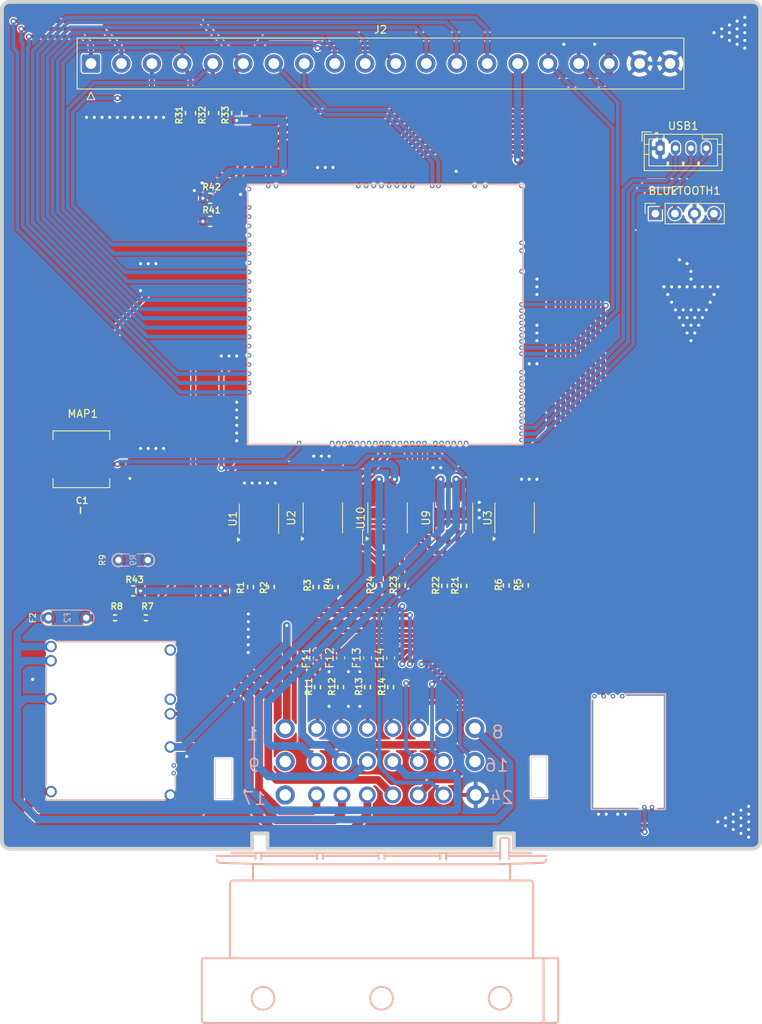
<source format=kicad_pcb>
(kicad_pcb (version 20240108) (generator "pcbnew") (generator_version "8.0")
  (title_block (title "STABIL MINI") (rev "V1") (company "ECUHARD"))
  (layers (0 "F.Cu" signal) (1 "In1.Cu" signal) (2 "In2.Cu" signal) (31 "B.Cu" signal) (34 "B.Paste" user) (35 "F.Paste" user) (36 "B.SilkS" user "B.Silkscreen") (37 "F.SilkS" user "F.Silkscreen") (38 "B.Mask" user) (39 "F.Mask" user) (44 "Edge.Cuts" user))
  (net 0 "")
  (net 1 "GND")
  (net 2 "/BT_TX")
  (net 3 "/BT_RX")
  (net 4 "+5VA")
  (net 5 "+12V")
  (net 6 "+12V_RAW")
  (net 7 "/BOBIN/IN2")
  (net 8 "/BOBIN/IN1")
  (net 9 "/BOBIN/IN3")
  (net 10 "/BOBIN/IN4")
  (net 11 "/BOBİN 1")
  (net 12 "+5V")
  (net 13 "/ENJEKTÖR 4")
  (net 14 "/IN_CLT")
  (net 15 "/ÇIKIŞ 3")
  (net 16 "/ÇIKIŞ 1")
  (net 17 "/BOBİN 3")
  (net 18 "/ENJEKTÖR 3")
  (net 19 "/ÇIKIŞ 5")
  (net 20 "/ENJEKTÖR 2")
  (net 21 "/BOBİN 4")
  (net 22 "/IN_IAT")
  (net 23 "/ENJEKTÖR 1")
  (net 24 "/VR_MAX9924-")
  (net 25 "GNDA")
  (net 26 "/BOBİN 2")
  (net 27 "/ANALOG 1")
  (net 28 "/VR_MAX9924+")
  (net 29 "/IN_HALL1")
  (net 30 "/ÇIKIŞ 4")
  (net 31 "/ANALOG 2")
  (net 32 "/ÇIKIŞ 2")
  (net 33 "/ÇIKIŞ 6")
  (net 34 "/ANALOG 6")
  (net 35 "/ANALOG 3")
  (net 36 "/IN_BUTTON1")
  (net 37 "/IN_HALL4")
  (net 38 "/CAN1+")
  (net 39 "/IN_BUTTON3")
  (net 40 "/ANALOG 4")
  (net 41 "/IN_HALL3")
  (net 42 "/IN_HALL2")
  (net 43 "/IN_BUTTON2")
  (net 44 "/ANALOG 8")
  (net 45 "/CAN1-")
  (net 46 "/ANALOG 5")
  (net 47 "/ANALOG 7")
  (net 49 "Net-(M1-PG_5VP)")
  (net 50 "/VBAT")
  (net 51 "/PWR_EN")
  (net 52 "/VIGN")
  (net 53 "/VR_MAX9924")
  (net 61 "/INTERNAL_MAP")
  (net 62 "/AUX GROUP 1/IN1")
  (net 63 "/AUX GROUP 1/IN2")
  (net 64 "/AUX GROUP 2/IN1")
  (net 65 "/AUX GROUP 2/IN2")
  (net 66 "/AUX GROUP 3/IN1")
  (net 67 "/AUX GROUP 3/IN2")
  (net 68 "/IN_VMAIN")
  (net 69 "/PG_5VP")
  (net 70 "/ENJEKTOR/IN1")
  (net 71 "/ENJEKTOR/IN2")
  (net 72 "/ENJEKTOR/IN3")
  (net 73 "/ENJEKTOR/IN4")
  (net 77 "unconnected-(U2-STATUS1-Pad2)")
  (net 84 "/VBUS")
  (net 85 "/USB-")
  (net 86 "/USB+")
  (net 107 "/VREF1")
  (net 112 "+3.3VA")
  (net 116 "+3.3V")
  (net 122 "Net-(F11-Pad1)")
  (net 123 "Net-(F12-Pad1)")
  (net 124 "Net-(F13-Pad1)")
  (net 125 "Net-(F14-Pad1)")
  (footprint "hellen-one-common:R0603" (layer "F.Cu") (at 92.295 125.5 -90)
    (property "Reference" "R1")
    (property "Value" "4.7k" (hide yes))
  )
  (footprint "hellen-one-common:R0603" (layer "F.Cu") (at 117.5 125.35 90)
    (property "Reference" "R22")
    (property "Value" "4.7k" (hide yes))
  )
  (footprint "hellen-one-common:MPXH6400A-SSOP8" (layer "F.Cu") (at 70.32 108.905 180)
    (property "Reference" "MAP1")
    (property "Value" "GZP6869D200KPP" (hide yes))
  )
  (footprint "hellen-one-common:PAD-0805-PAD" (layer "F.Cu") (at 77.049979 122)
    (property "Reference" "R9")
    (property "Value" "Jumper-Pad-Pad" (hide yes))
  )
  (footprint "hellen-one-common:R0603" (layer "F.Cu") (at 101 138.5 90)
    (property "Reference" "R11")
    (property "Value" "0" (hide yes))
  )
  (footprint "hellen-one-common:R0603" (layer "F.Cu") (at 110.5 138.5 90)
    (property "Reference" "R14")
    (property "Value" "0" (hide yes))
  )
  (footprint "Fuse:Fuse_0603_1608Metric" (layer "F.Cu") (at 100.97 134.7125 90)
    (property "Reference" "F11")
    (property "Value" "50mA" (hide yes))
  )
  (footprint "Package_SO:SOIC-8_3.9x4.9mm_P1.27mm" (layer "F.Cu") (at 101.69 116.525 90)
    (property "Reference" "U2")
    (property "Value" "VNLD5160TR-E" (hide yes))
  )
  (footprint "hellen-one-common:R0805" (layer "F.Cu") (at 87.5 63.950001 -90)
    (property "Reference" "R32")
    (property "Value" "10k" (hide yes))
  )
  (footprint "hellen-one-common:R0603" (layer "F.Cu") (at 103.295 125.5 -90)
    (property "Reference" "R4")
    (property "Value" "4.7k" (hide yes))
  )
  (footprint "hellen-one-common:R0603" (layer "F.Cu") (at 109 125.3 90)
    (property "Reference" "R24")
    (property "Value" "4.7k" (hide yes))
  )
  (footprint "hellen-one-vr-max9924-0.1:vr-max9924" (layer "F.Cu") (at 146.275 154.475 90)
    (property "Reference" "M4" (hide yes))
    (property "Value" "Module-vr-max9924-0.1" (hide yes))
  )
  (footprint "Connector_JST:JST_PH_B4B-PH-K_1x04_P2.00mm_Vertical" (layer "F.Cu") (at 145.5 68.5)
    (property "Reference" "USB1")
    (property "Value" "Conn_01x04_Pin" (hide yes))
  )
  (footprint "hellen-one-common:R0603" (layer "F.Cu") (at 100.795 125.5 -90)
    (property "Reference" "R3")
    (property "Value" "4.7k" (hide yes))
  )
  (footprint "hellen-one-common:R0603" (layer "F.Cu") (at 128 125.3 -90)
    (property "Reference" "R5")
    (property "Value" "4.7k" (hide yes))
  )
  (footprint "hellen-one-common:R0805" (layer "F.Cu") (at 84.5 63.950001 -90)
    (property "Reference" "R31")
    (property "Value" "10k" (hide yes))
  )
  (footprint "hellen-one-common:R0805" (layer "F.Cu") (at 87.049979 78)
    (property "Reference" "R41")
    (property "Value" "2.7K" (hide yes))
  )
  (footprint "hellen-one-common:R0603" (layer "F.Cu") (at 104 138.5 90)
    (property "Reference" "R12")
    (property "Value" "0" (hide yes))
  )
  (footprint "hellen-one-common:R0805" (layer "F.Cu") (at 87.049979 75)
    (property "Reference" "R42")
    (property "Value" "2.7K" (hide yes))
  )
  (footprint "Package_SO:SOIC-8_3.9x4.9mm_P1.27mm" (layer "F.Cu") (at 118.595 116.525 90)
    (property "Reference" "U9")
    (property "Value" "VNLD5160TR-E" (hide yes))
  )
  (footprint "hellen-one-common:R0805" (layer "F.Cu") (at 77.049979 126)
    (property "Reference" "R43")
    (property "Value" "10K" (hide yes))
  )
  (footprint "Fuse:Fuse_0603_1608Metric" (layer "F.Cu") (at 110.5 134.7125 90)
    (property "Reference" "F14")
    (property "Value" "50mA" (hide yes))
  )
  (footprint "hellen-one-common:PAD-1206-PAD" (layer "F.Cu") (at 68.5 129.5 180)
    (property "Reference" "F2")
    (property "Value" "12H1500D" (hide yes))
  )
  (footprint "hellen-one-power_12and5V-0.2:power_12and5V" (layer "F.Cu") (at 65.624999 153.275001)
    (property "Reference" "M1" (hide yes))
    (property "Value" "Module-power_12and5V-0.2" (hide yes))
  )
  (footprint "hellen-one-common:R0603" (layer "F.Cu") (at 112 125.3 90)
    (property "Reference" "R23")
    (property "Value" "4.7k" (hide yes))
  )
  (footprint "Connector_PinSocket_2.54mm:PinSocket_1x04_P2.54mm_Vertical" (layer "F.Cu") (at 144.88 77 90)
    (property "Reference" "BLUETOOTH1")
    (property "Value" "Conn_01x04_Pin" (hide yes))
  )
  (footprint "hellen-one-common:R0603" (layer "F.Cu") (at 74.7 129.5 180)
    (property "Reference" "R8")
    (property "Value" "33k" (hide yes))
  )
  (footprint "hellen-one-common:R0805" (layer "F.Cu") (at 90.5 63.950001 -90)
    (property "Reference" "R33")
    (property "Value" "10k" (hide yes))
  )
  (footprint "Package_SO:SOIC-8_3.9x4.9mm_P1.27mm" (layer "F.Cu") (at 93.39 116.65 90)
    (property "Reference" "U1")
    (property "Value" "VNLD5160TR-E" (hide yes))
  )
  (footprint "Connector:24pin" (layer "F.Cu") (at 142.2 163.3)
    (property "Reference" "J1" (hide yes))
    (property "Value" "Conn_01x24" (hide yes))
    (fp_poly (pts (xy -52.324 -10.287) (xy -54.483 -10.287) (xy -54.483 -12.319) (xy -54.483 -15.494) (xy -52.324 -15.494)) (stroke (width 0.1)) (fill none) (layer "Edge.Cuts"))
    (fp_poly (pts (xy -11.43 -10.414) (xy -13.449 -10.414) (xy -13.462 -15.748) (xy -12.192 -15.748) (xy -11.43 -15.748) (xy -11.43 -13.081)) (stroke (width 0.1)) (fill none) (layer "Edge.Cuts"))
  )
  (footprint "hellen-one-common:R0603" (layer "F.Cu") (at 107.5 138.5 90)
    (property "Reference" "R13")
    (property "Value" "0" (hide yes))
  )
  (footprint "hellen-one-common:R0603" (layer "F.Cu") (at 78.7 129.5 180)
    (property "Reference" "R7")
    (property "Value" "6.8k" (hide yes))
  )
  (footprint "hellen-one-common:R0603" (layer "F.Cu") (at 120 125.35 90)
    (property "Reference" "R21")
    (property "Value" "4.7k" (hide yes))
  )
  (footprint "Fuse:Fuse_0603_1608Metric" (layer "F.Cu") (at 104 134.7125 90)
    (property "Reference" "F12")
    (property "Value" "50mA" (hide yes))
  )
  (footprint "hellen-one-common:R0603" (layer "F.Cu") (at 125.5 125.3 -90)
    (property "Reference" "R6")
    (property "Value" "4.7k" (hide yes))
  )
  (footprint "Package_SO:SOIC-8_3.9x4.9mm_P1.27mm" (layer "F.Cu") (at 126.595 116.525 90)
    (property "Reference" "U3")
    (property "Value" "VNLD5160TR-E" (hide yes))
  )
  (footprint "Fuse:Fuse_0603_1608Metric" (layer "F.Cu") (at 107.5 134.7125 90)
    (property "Reference" "F13")
    (property "Value" "50mA" (hide yes))
  )
  (footprint "Package_SO:SOIC-8_3.9x4.9mm_P1.27mm" (layer "F.Cu") (at 110.095 116.525 90)
    (property "Reference" "U10")
    (property "Value" "VNLD5160TR-E" (hide yes))
  )
  (footprint "hellen-one-common:C0603" (layer "F.Cu") (at 70.209999 115.5)
    (property "Reference" "C1")
    (property "Value" "100n" (hide yes))
  )
  (footprint "hellen-one-mega-mcu100-0.3:mega-mcu100" (layer "F.Cu") (at 91.80001 73.1 -90)
    (property "Reference" "İŞLEMC1" (hide yes))
    (property "Value" "Module:mega-mcu100/0.3" (hide yes))
  )
  (footprint "Connector_TE-Connectivity:TE_2-826576-0_1x20_P3.96mm_Vertical" (layer "F.Cu") (at 71.56 57.5)
    (property "Reference" "J2")
    (property "Value" "Conn_01x20" (hide yes))
  )
  (footprint "hellen-one-common:R0603" (layer "F.Cu") (at 94.995 125.5 -90)
    (property "Reference" "R2")
    (property "Value" "4.7k" (hide yes))
  )
  (gr_arc (start 60 50.5) (mid 60.292893 49.792893) (end 61 49.5) (stroke (width 0.5)) (layer "Edge.Cuts"))
  (gr_arc (start 157.5 49.5) (mid 158.207107 49.792893) (end 158.5 50.5) (stroke (width 0.5)) (layer "Edge.Cuts"))
  (gr_arc (start 61 159.5) (mid 60.292893 159.207107) (end 60 158.5) (stroke (width 0.5)) (layer "Edge.Cuts"))
  (gr_line (start 60 50.5) (end 60 158.5) (stroke (width 0.5)) (layer "Edge.Cuts"))
  (gr_arc (start 158.5 158.5) (mid 158.207107 159.207107) (end 157.5 159.5) (stroke (width 0.5)) (layer "Edge.Cuts"))
  (gr_line (start 94.5 159.5) (end 124 159.5) (stroke (width 0.5)) (layer "Edge.Cuts"))
  (gr_line (start 94.5 159.5) (end 94.5 157.5) (stroke (width 0.5)) (layer "Edge.Cuts"))
  (gr_line (start 94.5 157.5) (end 92.5 157.5) (stroke (width 0.5)) (layer "Edge.Cuts"))
  (gr_line (start 124 157.5) (end 126.5 157.5) (stroke (width 0.5)) (layer "Edge.Cuts"))
  (gr_line (start 158.5 158.5) (end 158.5 50.5) (stroke (width 0.5)) (layer "Edge.Cuts"))
  (gr_line (start 61 159.5) (end 92 159.5) (stroke (width 0.5)) (layer "Edge.Cuts"))
  (gr_line (start 124 159.5) (end 124 157.5) (stroke (width 0.5)) (layer "Edge.Cuts"))
  (gr_line (start 92.5 157.5) (end 92.5 159.5) (stroke (width 0.5)) (layer "Edge.Cuts"))
  (gr_line (start 157.5 159.5) (end 126.5 159.5) (stroke (width 0.5)) (layer "Edge.Cuts"))
  (gr_line (start 157.5 49.5) (end 61 49.5) (stroke (width 0.5)) (layer "Edge.Cuts"))
  (gr_line (start 126.5 157.5) (end 126.5 159.5) (stroke (width 0.5)) (layer "Edge.Cuts"))
  (gr_line (start 92.5 159.5) (end 92 159.5) (stroke (width 0.5)) (layer "Edge.Cuts"))
  (segment (start 69.419998 112.7665) (end 73.916498 108.27) (width 0.5) (layer "F.Cu") (net 1))
  (segment (start 69.419998 115.5) (end 69.419998 112.7665) (width 0.5) (layer "F.Cu") (net 1))
  (segment (start 73.916498 108.27) (end 75 108.27) (width 0.5) (layer "F.Cu") (net 1))
  (via (at 90.5 102.5) (size 0.8) (drill 0.4) (layers "F.Cu" "B.Cu") (net 1))
  (via (at 152 86.5) (size 0.8) (drill 0.4) (layers "F.Cu" "B.Cu") (net 1))
  (via (at 74 64.5) (size 0.8) (drill 0.4) (layers "F.Cu" "B.Cu") (net 1))
  (via (at 94.5 112) (size 0.8) (drill 0.4) (layers "F.Cu" "B.Cu") (net 1))
  (via (at 81 64.5) (size 0.8) (drill 0.4) (layers "F.Cu" "B.Cu") (net 1))
  (via (at 64 137.5) (size 0.8) (drill 0.4) (layers "F.Cu" "B.Cu") (net 1))
  (via (at 149 86.5) (size 0.8) (drill 0.4) (layers "F.Cu" "B.Cu") (net 1))
  (via (at 155.5 52) (size 0.8) (drill 0.4) (layers "F.Cu" "B.Cu") (net 1))
  (via (at 72 64.5) (size 0.8) (drill 0.4) (layers "F.Cu" "B.Cu") (net 1))
  (via (at 105 141) (size 0.8) (drill 0.4) (layers "F.Cu" "B.Cu") (net 1))
  (via (at 73 64.5) (size 0.8) (drill 0.4) (layers "F.Cu" "B.Cu") (net 1))
  (via (at 127.5 111.5) (size 0.8) (drill 0.4) (layers "F.Cu" "B.Cu") (net 1))
  (via (at 100.5 108.5) (size 0.8) (drill 0.4) (layers "F.Cu" "B.Cu") (net 1))
  (via (at 90.5 104.5) (size 0.8) (drill 0.4) (layers "F.Cu" "B.Cu") (net 1))
  (via (at 157 157) (size 0.8) (drill 0.4) (layers "F.Cu" "B.Cu") (net 1))
  (via (at 152 88.5) (size 0.8) (drill 0.4) (layers "F.Cu" "B.Cu") (net 1))
  (via (at 156.5 54.5) (size 0.8) (drill 0.4) (layers "F.Cu" "B.Cu") (net 1))
  (via (at 149.5 91.5) (size 0.8) (drill 0.4) (layers "F.Cu" "B.Cu") (net 1))
  (via (at 153.5 53) (size 0.8) (drill 0.4) (layers "F.Cu" "B.Cu") (net 1))
  (via (at 155 156) (size 0.8) (drill 0.4) (layers "F.Cu" "B.Cu") (net 1))
  (via (at 101 71) (size 0.8) (drill 0.4) (layers "F.Cu" "B.Cu") (net 1))
  (via (at 84 147.5) (size 0.8) (drill 0.4) (layers "F.Cu" "B.Cu") (net 1))
  (via (at 154.5 54.5) (size 0.8) (drill 0.4) (layers "F.Cu" "B.Cu") (net 1))
  (via (at 102.5 108.5) (size 0.8) (drill 0.4) (layers "F.Cu" "B.Cu") (net 1))
  (via (at 92 129) (size 0.8) (drill 0.4) (layers "F.Cu" "B.Cu") (net 1))
  (via (at 156.5 52.5) (size 0.8) (drill 0.4) (layers "F.Cu" "B.Cu") (net 1))
  (via (at 106.5 136.5) (size 0.8) (drill 0.4) (layers "F.Cu" "B.Cu") (net 1))
  (via (at 90.5 101.5) (size 0.8) (drill 0.4) (layers "F.Cu" "B.Cu") (net 1))
  (via (at 92 134) (size 0.8) (drill 0.4) (layers "F.Cu" "B.Cu") (net 1))
  (via (at 85 74) (size 0.8) (drill 0.4) (layers "F.Cu" "B.Cu") (net 1))
  (via (at 93.5 112) (size 0.8) (drill 0.4) (layers "F.Cu" "B.Cu") (net 1))
  (via (at 156.5 53.5) (size 0.8) (drill 0.4) (layers "F.Cu" "B.Cu") (net 1))
  (via (at 157 156) (size 0.8) (drill 0.4) (layers "F.Cu" "B.Cu") (net 1))
  (via (at 154 156.5) (size 0.8) (drill 0.4) (layers "F.Cu" "B.Cu") (net 1))
  (via (at 156.5 55.5) (size 0.8) (drill 0.4) (layers "F.Cu" "B.Cu") (net 1))
  (via (at 140 155) (size 0.8) (drill 0.4) (layers "F.Cu" "B.Cu") (net 1))
  (via (at 148 83) (size 0.8) (drill 0.4) (layers "F.Cu" "B.Cu") (net 1))
  (via (at 157 154) (size 0.8) (drill 0.4) (layers "F.Cu" "B.Cu") (net 1))
  (via (at 75 64.5) (size 0.8) (drill 0.4) (layers "F.Cu" "B.Cu") (net 1))
  (via (at 129.5 86.5) (size 0.8) (drill 0.4) (layers "F.Cu" "B.Cu") (net 1))
  (via (at 149.5 93.5) (size 0.8) (drill 0.4) (layers "F.Cu" "B.Cu") (net 1))
  (via (at 117 110) (size 0.8) (drill 0.4) (layers "F.Cu" "B.Cu") (net 1))
  (via (at 92 131) (size 0.8) (drill 0.4) (layers "F.Cu" "B.Cu") (net 1))
  (via (at 149 83.5) (size 0.8) (drill 0.4) (layers "F.Cu" "B.Cu") (net 1))
  (via (at 151 86.5) (size 0.8) (drill 0.4) (layers "F.Cu" "B.Cu") (net 1))
  (via (at 150.5 89.5) (size 0.8) (drill 0.4) (layers "F.Cu" "B.Cu") (net 1))
  (via (at 122 116.5) (size 0.8) (drill 0.4) (layers "F.Cu" "B.Cu") (net 1))
  (via (at 150 86.5) (size 0.8) (drill 0.4) (layers "F.Cu" "B.Cu") (net 1))
  (via (at 129.5 91.5) (size 0.8) (drill 0.4) (layers "F.Cu" "B.Cu") (net 1))
  (via (at 102 71) (size 0.8) (drill 0.4) (layers "F.Cu" "B.Cu") (net 1))
  (via (at 122 115.5) (size 0.8) (drill 0.4) (layers "F.Cu" "B.Cu") (net 1))
  (via (at 122 114.5) (size 0.8) (drill 0.4) (layers "F.Cu" "B.Cu") (net 1))
  (via (at 141 155) (size 0.8) (drill 0.4) (layers "F.Cu" "B.Cu") (net 1))
  (via (at 148.5 91.5) (size 0.8) (drill 0.4) (layers "F.Cu" "B.Cu") (net 1))
  (via (at 157 155) (size 0.8) (drill 0.4) (layers "F.Cu" "B.Cu") (net 1))
  (via (at 78 107.5) (size 0.8) (drill 0.4) (layers "F.Cu" "B.Cu") (net 1))
  (via (at 146 86.5) (size 0.8) (drill 0.4) (layers "F.Cu" "B.Cu") (net 1))
  (via (at 92 132) (size 0.8) (drill 0.4) (layers "F.Cu" "B.Cu") (net 1))
  (via (at 106.5 141) (size 0.8) (drill 0.4) (layers "F.Cu" "B.Cu") (net 1))
  (via (at 153 86.5) (size 0.8) (drill 0.4) (layers "F.Cu" "B.Cu") (net 1))
  (via (at 148 90.5) (size 0.8) (drill 0.4) (layers "F.Cu" "B.Cu") (net 1))
  (via (at 156 157.5) (size 0.8) (drill 0.4) (layers "F.Cu" "B.Cu") (net 1))
  (via (at 137.5 155) (size 0.8) (drill 0.4) (layers "F.Cu" "B.Cu") (net 1))
  (via (at 79 64.5) (size 0.8) (drill 0.4) (layers "F.Cu" "B.Cu") (net 1))
  (via (at 149 90.5) (size 0.8) (drill 0.4) (layers "F.Cu" "B.Cu") (net 1))
  (via (at 150 92.5) (size 0.8) (drill 0.4) (layers "F.Cu" "B.Cu") (net 1))
  (via (at 157 158) (size 0.8) (drill 0.4) (layers "F.Cu" "B.Cu") (net 1))
  (via (at 133 55) (size 0.8) (drill 0.4) (layers "F.Cu" "B.Cu") (net 1))
  (via (at 90.5 95.5) (size 0.8) (drill 0.4) (layers "F.Cu" "B.Cu") (net 1))
  (via (at 91.5 112) (size 0.8) (drill 0.4) (layers "F.Cu" "B.Cu") (net 1))
  (via (at 78 87) (size 0.8) (drill 0.4) (layers "F.Cu" "B.Cu") (net 1))
  (via (at 86 73) (size 0.8) (drill 0.4) (layers "F.Cu" "B.Cu") (net 1))
  (via (at 149.5 85.5) (size 0.8) (drill 0.4) (layers "F.Cu" "B.Cu") (net 1))
  (via (at 147 88.5) (size 0.8) (drill 0.4) (layers "F.Cu" "B.Cu") (net 1))
  (via (at 153 156) (size 0.8) (drill 0.4) (layers "F.Cu" "B.Cu") (net 1))
  (via (at 154.5 53.5) (size 0.8) (drill 0.4) (layers "F.Cu" "B.Cu") (net 1))
  (via (at 101.5 108.5) (size 0.8) (drill 0.4) (layers "F.Cu" "B.Cu") (net 1))
  (via (at 152.5 87.5) (size 0.8) (drill 0.4) (layers "F.Cu" "B.Cu") (net 1))
  (via (at 77 64.5) (size 0.8) (drill 0.4) (layers "F.Cu" "B.Cu") (net 1))
  (via (at 149 92.5) (size 0.8) (drill 0.4) (layers "F.Cu" "B.Cu") (net 1))
  (via (at 129.5 93.5) (size 0.8) (drill 0.4) (layers "F.Cu" "B.Cu") (net 1))
  (via (at 79 107.5) (size 0.8) (drill 0.4) (layers "F.Cu" "B.Cu") (net 1))
  (via (at 90.5 105.5) (size 0.8) (drill 0.4) (layers "F.Cu" "B.Cu") (net 1))
  (via (at 156 155.5) (size 0.8) (drill 0.4) (layers "F.Cu" "B.Cu") (net 1))
  (via (at 156 156.5) (size 0.8) (drill 0.4) (layers "F.Cu" "B.Cu") (net 1))
  (via (at 156 154.5) (size 0.8) (drill 0.4) (layers "F.Cu" "B.Cu") (net 1))
  (via (at 148.5 89.5) (size 0.8) (drill 0.4) (layers "F.Cu" "B.Cu") (net 1))
  (via (at 146.5 87.5) (size 0.8) (drill 0.4) (layers "F.Cu" "B.Cu") (net 1))
  (via (at 138.5 155) (size 0.8) (drill 0.4) (layers "F.Cu" "B.Cu") (net 1))
  (via (at 81 107.5) (size 0.8) (drill 0.4) (layers "F.Cu" "B.Cu") (net 1))
  (via (at 76 64.5) (size 0.8) (drill 0.4) (layers "F.Cu" "B.Cu") (net 1))
  (via (at 155.5 54) (size 0.8) (drill 0.4) (layers "F.Cu" "B.Cu") (net 1))
  (via (at 129.5 111.5) (size 0.8) (drill 0.4) (layers "F.Cu" "B.Cu") (net 1))
  (via (at 71 64.5) (size 0.8) (drill 0.4) (layers "F.Cu" "B.Cu") (net 1))
  (via (at 102.5 136.5) (size 0.8) (drill 0.4) (layers "F.Cu" "B.Cu") (net 1))
  (via (at 90.5 103.5) (size 0.8) (drill 0.4) (layers "F.Cu" "B.Cu") (net 1))
  (via (at 78 83.5) (size 0.8) (drill 0.4) (layers "F.Cu" "B.Cu") (net 1))
  (via (at 154.5 52.5) (size 0.8) (drill 0.4) (layers "F.Cu" "B.Cu") (net 1))
  (via (at 155.5 53) (size 0.8) (drill 0.4) (layers "F.Cu" "B.Cu") (net 1))
  (via (at 95.5 112) (size 0.8) (drill 0.4) (layers "F.Cu" "B.Cu") (net 1))
  (via (at 88.5 95.5) (size 0.8) (drill 0.4) (layers "F.Cu" "B.Cu") (net 1))
  (via (at 149.5 84.5) (size 0.8) (drill 0.4) (layers "F.Cu" "B.Cu") (net 1))
  (via (at 149.5 89.5) (size 0.8) (drill 0.4) (layers "F.Cu" "B.Cu") (net 1))
  (via (at 79 83.5) (size 0.8) (drill 0.4) (layers "F.Cu" "B.Cu") (net 1))
  (via (at 128.5 96.5) (size 0.8) (drill 0.4) (layers "F.Cu" "B.Cu") (net 1))
  (via (at 128.5 111.5) (size 0.8) (drill 0.4) (layers "F.Cu" "B.Cu") (net 1))
  (via (at 105 136.5) (size 0.8) (drill 0.4) (layers "F.Cu" "B.Cu") (net 1))
  (via (at 148 86.5) (size 0.8) (drill 0.4) (layers "F.Cu" "B.Cu") (net 1))
  (via (at 129.5 92.5) (size 0.8) (drill 0.4) (layers "F.Cu" "B.Cu") (net 1))
  (via (at 129.5 87.5) (size 0.8) (drill 0.4) (layers "F.Cu" "B.Cu") (net 1))
  (via (at 153.5 54) (size 0.8) (drill 0.4) (layers "F.Cu" "B.Cu") (net 1))
  (via (at 155.5 55) (size 0.8) (drill 0.4) (layers "F.Cu" "B.Cu") (net 1))
  (via (at 154 155.5) (size 0.8) (drill 0.4) (layers "F.Cu" "B.Cu") (net 1))
  (via (at 151.5 89.5) (size 0.8) (drill 0.4) (layers "F.Cu" "B.Cu") (net 1))
  (via (at 129.5 96.5) (size 0.8) (drill 0.4) (layers "F.Cu" "B.Cu") (net 1))
  (via (at 116 110) (size 0.8) (drill 0.4) (layers "F.Cu" "B.Cu") (net 1))
  (via (at 129.5 85.5) (size 0.8) (drill 0.4) (layers "F.Cu" "B.Cu") (net 1))
  (via (at 92 130) (size 0.8) (drill 0.4) (layers "F.Cu" "B.Cu") (net 1))
  (via (at 89.5 95.5) (size 0.8) (drill 0.4) (layers "F.Cu" "B.Cu") (net 1))
  (via (at 137 55) (size 0.8) (drill 0.4) (layers "F.Cu" "B.Cu") (net 1))
  (via (at 103 71) (size 0.8) (drill 0.4) (layers "F.Cu" "B.Cu") (net 1))
  (via (at 80 83.5) (size 0.8) (drill 0.4) (layers "F.Cu" "B.Cu") (net 1))
  (via (at 150.5 91.5) (size 0.8) (drill 0.4) (layers "F.Cu" "B.Cu") (net 1))
  (via (at 90.5 106.5) (size 0.8) (drill 0.4) (layers "F.Cu" "B.Cu") (net 1))
  (via (at 156.5 51.5) (size 0.8) (drill 0.4) (layers "F.Cu" "B.Cu") (net 1))
  (via (at 119 71.5) (size 0.8) (drill 0.4) (layers "F.Cu" "B.Cu") (net 1))
  (via (at 102.5 141) (size 0.8) (drill 0.4) (layers "F.Cu" "B.Cu") (net 1))
  (via (at 152.5 53.5) (size 0.8) (drill 0.4) (layers "F.Cu" "B.Cu") (net 1))
  (via (at 151 90.5) (size 0.8) (drill 0.4) (layers "F.Cu" "B.Cu") (net 1))
  (via (at 147.5 89.5) (size 0.8) (drill 0.4) (layers "F.Cu" "B.Cu") (net 1))
  (via (at 91 74.5) (size 0.8) (drill 0.4) (layers "F.Cu" "B.Cu") (net 1))
  (via (at 80 107.5) (size 0.8) (drill 0.4) (layers "F.Cu" "B.Cu") (net 1))
  (via (at 80 64.5) (size 0.8) (drill 0.4) (layers "F.Cu" "B.Cu") (net 1))
  (via (at 155 155) (size 0.8) (drill 0.4) (layers "F.Cu" "B.Cu") (net 1))
  (via (at 78 64.5) (size 0.8) (drill 0.4) (layers "F.Cu" "B.Cu") (net 1))
  (via (at 147 86.5) (size 0.8) (drill 0.4) (layers "F.Cu" "B.Cu") (net 1))
  (via (at 92 133) (size 0.8) (drill 0.4) (layers "F.Cu" "B.Cu") (net 1))
  (via (at 155 157) (size 0.8) (drill 0.4) (layers "F.Cu" "B.Cu") (net 1))
  (via (at 92.5 112) (size 0.8) (drill 0.4) (layers "F.Cu" "B.Cu") (net 1))
  (via (at 150 90.5) (size 0.8) (drill 0.4) (layers "F.Cu" "B.Cu") (net 1))
  (segment (start 145.5 66) (end 145.5 68.5) (width 0.5) (layer "B.Cu") (net 1))
  (segment (start 153.5 66.5) (end 151.5 64.5) (width 0.5) (layer "B.Cu") (net 1))
  (segment (start 151.5 64.5) (end 147 64.5) (width 0.5) (layer "B.Cu") (net 1))
  (segment (start 146.8 57.5) (end 142.84 57.5) (width 0.5) (layer "B.Cu") (net 1))
  (segment (start 149.96 73.54) (end 153.5 70) (width 0.5) (layer "B.Cu") (net 1))
  (segment (start 145.5 58.8) (end 146.8 57.5) (width 0.5) (layer "B.Cu") (net 1))
  (segment (start 145.5 68.5) (end 145.5 58.8) (width 0.5) (layer "B.Cu") (net 1))
  (segment (start 147 64.5) (end 145.5 66) (width 0.5) (layer "B.Cu") (net 1))
  (segment (start 153.5 70) (end 153.5 66.5) (width 0.5) (layer "B.Cu") (net 1))
  (segment (start 149.96 77) (end 149.96 73.54) (width 0.5) (layer "B.Cu") (net 1))
  (segment (start 134.92 55.08) (end 134.92 57.5) (width 0.5) (layer "F.Cu") (net 2))
  (segment (start 144.88 77) (end 147.88 74) (width 0.5) (layer "F.Cu") (net 2))
  (segment (start 154 74) (end 155.35 72.65) (width 0.5) (layer "F.Cu") (net 2))
  (segment (start 155.35 61.269238) (end 147.790381 53.709619) (width 0.5) (layer "F.Cu") (net 2))
  (segment (start 147.790381 53.709619) (end 136.290381 53.709619) (width 0.5) (layer "F.Cu") (net 2))
  (segment (start 136.290381 53.709619) (end 134.92 55.08) (width 0.5) (layer "F.Cu") (net 2))
  (segment (start 155.35 72.65) (end 155.35 61.269238) (width 0.5) (layer "F.Cu") (net 2))
  (segment (start 147.88 74) (end 154 74) (width 0.5) (layer "F.Cu") (net 2))
  (segment (start 134.3 95.2) (end 140 89.5) (width 0.5) (layer "B.Cu") (net 2))
  (segment (start 127.5 95.2) (end 134.3 95.2) (width 0.5) (layer "B.Cu") (net 2))
  (segment (start 140 89.5) (end 140 62.58) (width 0.5) (layer "B.Cu") (net 2))
  (segment (start 140 62.58) (end 134.92 57.5) (width 0.5) (layer "B.Cu") (net 2))
  (segment (start 147.42 77) (end 147.42 75.58) (width 0.5) (layer "F.Cu") (net 3))
  (segment (start 130.96 55.04) (end 130.96 57.5) (width 0.5) (layer "F.Cu") (net 3))
  (segment (start 156 61) (end 148 53) (width 0.5) (layer "F.Cu") (net 3))
  (segment (start 156 72.919239) (end 156 61) (width 0.5) (layer "F.Cu") (net 3))
  (segment (start 147.42 75.58) (end 148.35 74.65) (width 0.5) (layer "F.Cu") (net 3))
  (segment (start 148.35 74.65) (end 154.269239 74.65) (width 0.5) (layer "F.Cu") (net 3))
  (segment (start 154.269239 74.65) (end 156 72.919239) (width 0.5) (layer "F.Cu") (net 3))
  (segment (start 148 53) (end 133 53) (width 0.5) (layer "F.Cu") (net 3))
  (segment (start 133 53) (end 130.96 55.04) (width 0.5) (layer "F.Cu") (net 3))
  (segment (start 134.1 94.4) (end 139.35 89.15) (width 0.5) (layer "B.Cu") (net 3))
  (segment (start 139.35 65.89) (end 130.96 57.5) (width 0.5) (layer "B.Cu") (net 3))
  (segment (start 127.5 94.4) (end 134.1 94.4) (width 0.5) (layer "B.Cu") (net 3))
  (segment (start 139.35 89.15) (end 139.35 65.89) (width 0.5) (layer "B.Cu") (net 3))
  (segment (start 73.990001 109.54) (end 75 109.54) (width 0.5) (layer "F.Cu") (net 4))
  (segment (start 94.5 54) (end 127.5 54) (width 1) (layer "F.Cu") (net 4))
  (segment (start 153.606498 73.05) (end 154.4 72.256498) (width 1) (layer "F.Cu") (net 4))
  (segment (start 130.5 60) (end 138 60) (width 1) (layer "F.Cu") (net 4))
  (segment (start 90.5 64.900022) (end 87.5 64.900022) (width 1) (layer "F.Cu") (net 4))
  (segment (start 154.4 61.66274) (end 147.396879 54.659619) (width 1) (layer "F.Cu") (net 4))
  (segment (start 154.4 72.256498) (end 154.4 61.66274) (width 1) (layer "F.Cu") (net 4))
  (segment (start 138.88 55.62) (end 138.88 57.5) (width 1) (layer "F.Cu") (net 4))
  (segment (start 86.099978 78) (end 86.099978 75) (width 1) (layer "F.Cu") (net 4))
  (segment (start 138.88 59.12) (end 138.88 57.5) (width 1) (layer "F.Cu") (net 4))
  (segment (start 93.42 55.08) (end 94.5 54) (width 1) (layer "F.Cu") (net 4))
  (segment (start 129 58.5) (end 130.5 60) (width 1) (layer "F.Cu") (net 4))
  (segment (start 139.840381 54.659619) (end 138.88 55.62) (width 1) (layer "F.Cu") (net 4))
  (segment (start 143.95 73.05) (end 153.606498 73.05) (width 1) (layer "F.Cu") (net 4))
  (segment (start 71 112.530001) (end 73.990001 109.54) (width 0.5) (layer "F.Cu") (net 4))
  (segment (start 129 55.5) (end 129 58.5) (width 1) (layer "F.Cu") (net 4))
  (segment (start 92.099978 64.900022) (end 93.42 63.58) (width 1) (layer "F.Cu") (net 4))
  (segment (start 90.5 64.900022) (end 92.099978 64.900022) (width 1) (layer "F.Cu") (net 4))
  (segment (start 152.5 77) (end 152.5 79) (width 1) (layer "F.Cu") (net 4))
  (segment (start 138 60) (end 138.88 59.12) (width 1) (layer "F.Cu") (net 4))
  (segment (start 93.42 63.58) (end 93.42 55.08) (width 1) (layer "F.Cu") (net 4))
  (segment (start 142.5 78.5) (end 142.5 74.5) (width 1) (layer "F.Cu") (net 4))
  (segment (start 142.5 74.5) (end 143.95 73.05) (width 1) (layer "F.Cu") (net 4))
  (segment (start 71 115.5) (end 71 112.530001) (width 0.5) (layer "F.Cu") (net 4))
  (segment (start 147.396879 54.659619) (end 139.840381 54.659619) (width 1) (layer "F.Cu") (net 4))
  (segment (start 152 79.5) (end 143.5 79.5) (width 1) (layer "F.Cu") (net 4))
  (segment (start 152.5 79) (end 152 79.5) (width 1) (layer "F.Cu") (net 4))
  (segment (start 127.5 54) (end 129 55.5) (width 1) (layer "F.Cu") (net 4))
  (segment (start 143.5 79.5) (end 142.5 78.5) (width 1) (layer "F.Cu") (net 4))
  (segment (start 87.5 64.900022) (end 84.5 64.900022) (width 1) (layer "F.Cu") (net 4))
  (via (at 86.099978 78) (size 0.8) (drill 0.4) (layers "F.Cu" "B.Cu") (net 4))
  (via (at 96.5 71.5) (size 0.8) (drill 0.4) (layers "F.Cu" "B.Cu") (net 4))
  (via (at 90.5 64.900022) (size 0.8) (drill 0.4) (layers "F.Cu" "B.Cu") (net 4))
  (via (at 75 109.54) (size 0.8) (drill 0.4) (layers "F.Cu" "B.Cu") (net 4))
  (via (at 86.099978 75) (size 0.8) (drill 0.4) (layers "F.Cu" "B.Cu") (net 4))
  (segment (start 98.60001 106.8) (end 98.60001 107.4) (width 0.5) (layer "B.Cu") (net 4))
  (segment (start 90.5 64.900022) (end 96.5 64.900022) (width 1) (layer "B.Cu") (net 4))
  (segment (start 96.5 71.5) (end 93.5 71.5) (width 1) (layer "B.Cu") (net 4))
  (segment (start 96.80001 109.2) (end 75.34 109.2) (width 0.5) (layer "B.Cu") (net 4))
  (segment (start 75.34 109.2) (end 75 109.54) (width 0.5) (layer "B.Cu") (net 4))
  (segment (start 96.5 64.900022) (end 96.5 71.5) (width 1) (layer "B.Cu") (net 4))
  (segment (start 93.5 71.5) (end 89.599978 71.5) (width 1) (layer "B.Cu") (net 4))
  (segment (start 98.60001 107.4) (end 96.80001 109.2) (width 0.5) (layer "B.Cu") (net 4))
  (segment (start 89.599978 71.5) (end 86.099978 75) (width 1) (layer "B.Cu") (net 4))
  (segment (start 70.95 129.5) (end 70.95 127.55) (width 1) (layer "F.Cu") (net 5))
  (segment (start 70.95 129.5) (end 73.9 129.5) (width 1) (layer "F.Cu") (net 5))
  (segment (start 72.5 126) (end 76.099978 126) (width 1) (layer "F.Cu") (net 5))
  (segment (start 70.95 127.55) (end 72.5 126) (width 1) (layer "F.Cu") (net 5))
  (segment (start 62 131.5) (end 64 129.5) (width 1) (layer "B.Cu") (net 6))
  (segment (start 62 136) (end 62 133.5) (width 1) (layer "B.Cu") (net 6))
  (segment (start 62.974999 140.025001) (end 66.374998 140.025001) (width 1) (layer "B.Cu") (net 6))
  (segment (start 62 136) (end 62.925002 135.074998) (width 1) (layer "B.Cu") (net 6))
  (segment (start 64.7 155.7) (end 62 153) (width 1) (layer "B.Cu") (net 6))
  (segment (start 62 141) (end 62.974999 140.025001) (width 1) (layer "B.Cu") (net 6))
  (segment (start 62.925002 135.074998) (end 66.374998 135.074998) (width 1) (layer "B.Cu") (net 6))
  (segment (start 64 129.5) (end 66.05 129.5) (width 1) (layer "B.Cu") (net 6))
  (segment (start 126 148.4305) (end 126 154) (width 1) (layer "B.Cu") (net 6))
  (segment (start 62 133.5) (end 62.275001 133.224999) (width 1) (layer "B.Cu") (net 6))
  (segment (start 121.4385 143.869) (end 126 148.4305) (width 1) (layer "B.Cu") (net 6))
  (segment (start 62 133.5) (end 62 131.5) (width 1) (layer "B.Cu") (net 6))
  (segment (start 62 153) (end 62 141) (width 1) (layer "B.Cu") (net 6))
  (segment (start 62 141) (end 62 136) (width 1) (layer "B.Cu") (net 6))
  (segment (start 62.275001 133.224999) (end 66.374998 133.224999) (width 1) (layer "B.Cu") (net 6))
  (segment (start 124.3 155.7) (end 64.7 155.7) (width 1) (layer "B.Cu") (net 6))
  (segment (start 126 154) (end 124.3 155.7) (width 1) (layer "B.Cu") (net 6))
  (segment (start 127.612741 68.35) (end 132.9 73.637259) (width 0.5) (layer "F.Cu") (net 7))
  (segment (start 132.9 127.362741) (end 128.412741 131.85) (width 0.5) (layer "F.Cu") (net 7))
  (segment (start 112.3 73.4) (end 112.3 70.7) (width 0.5) (layer "F.Cu") (net 7))
  (segment (start 106.075 131.85) (end 104 133.925) (width 0.5) (layer "F.Cu") (net 7))
  (segment (start 132.9 73.637259) (end 132.9 127.362741) (width 0.5) (layer "F.Cu") (net 7))
  (segment (start 112.3 70.7) (end 114.65 68.35) (width 0.5) (layer "F.Cu") (net 7))
  (segment (start 114.65 68.35) (end 127.612741 68.35) (width 0.5) (layer "F.Cu") (net 7))
  (segment (start 128.412741 131.85) (end 106.075 131.85) (width 0.5) (layer "F.Cu") (net 7))
  (segment (start 103.8 131.2) (end 128.143502 131.2) (width 0.5) (layer "F.Cu") (net 8))
  (segment (start 128.143502 131.2) (end 132.25 127.093502) (width 0.5) (layer "F.Cu") (net 8))
  (segment (start 132.25 127.093502) (end 132.25 73.906498) (width 0.5) (layer "F.Cu") (net 8))
  (segment (start 113.3 70.619238) (end 113.3 73.4) (width 0.5) (layer "F.Cu") (net 8))
  (segment (start 127.343502 69) (end 114.919238 69) (width 0.5) (layer "F.Cu") (net 8))
  (segment (start 101.075 133.925) (end 103.8 131.2) (width 0.5) (layer "F.Cu") (net 8))
  (segment (start 100.97 133.925) (end 101.075 133.925) (width 0.5) (layer "F.Cu") (net 8))
  (segment (start 114.919238 69) (end 113.3 70.619238) (width 0.5) (layer "F.Cu") (net 8))
  (segment (start 132.25 73.906498) (end 127.343502 69) (width 0.5) (layer "F.Cu") (net 8))
  (segment (start 128.75 132.5) (end 133.55 127.7) (width 0.5) (layer "F.Cu") (net 9))
  (segment (start 133.55 73.368021) (end 127.881979 67.7) (width 0.5) (layer "F.Cu") (net 9))
  (segment (start 111.3 70.7) (end 111.3 73.4) (width 0.5) (layer "F.Cu") (net 9))
  (segment (start 133.55 127.7) (end 133.55 73.368021) (width 0.5) (layer "F.Cu") (net 9))
  (segment (start 127.881979 67.7) (end 114.3 67.7) (width 0.5) (layer "F.Cu") (net 9))
  (segment (start 107.5 133.925) (end 107.5 132.5) (width 0.5) (layer "F.Cu") (net 9))
  (segment (start 114.3 67.7) (end 111.3 70.7) (width 0.5) (layer "F.Cu") (net 9))
  (segment (start 107.5 132.5) (end 128.75 132.5) (width 0.5) (layer "F.Cu") (net 9))
  (segment (start 134.2 127.969238) (end 134.2 73.098782) (width 0.5) (layer "F.Cu") (net 10))
  (segment (start 110.3 70.7) (end 110.3 73.4) (width 0.5) (layer "F.Cu") (net 10))
  (segment (start 111.425 133.925) (end 112.2 133.15) (width 0.5) (layer "F.Cu") (net 10))
  (segment (start 112.2 133.15) (end 129.019238 133.15) (width 0.5) (layer "F.Cu") (net 10))
  (segment (start 110.5 133.925) (end 111.425 133.925) (width 0.5) (layer "F.Cu") (net 10))
  (segment (start 128.101218 67) (end 114 67) (width 0.5) (layer "F.Cu") (net 10))
  (segment (start 134.2 73.098782) (end 128.101218 67) (width 0.5) (layer "F.Cu") (net 10))
  (segment (start 114 67) (end 110.3 70.7) (width 0.5) (layer "F.Cu") (net 10))
  (segment (start 129.019238 133.15) (end 134.2 127.969238) (width 0.5) (layer "F.Cu") (net 10))
  (segment (start 101 143.7335) (end 100.8645 143.869) (width 0.5) (layer "F.Cu") (net 11))
  (segment (start 101 139.3) (end 101 143.7335) (width 0.5) (layer "F.Cu") (net 11))
  (segment (start 96.8005 143.869) (end 97 143.6695) (width 1) (layer "F.Cu") (net 12))
  (segment (start 63.5 153) (end 63.5 154.5) (width 1) (layer "F.Cu") (net 12))
  (segment (start 66.374998 152.074999) (end 64.425001 152.074999) (width 1) (layer "F.Cu") (net 12))
  (segment (start 64.425001 152.074999) (end 63.5 153) (width 1) (layer "F.Cu") (net 12))
  (segment (start 86.5 148) (end 84.775001 146.275001) (width 1) (layer "F.Cu") (net 12))
  (segment (start 84.775001 146.275001) (end 81.874995 146.275001) (width 1) (layer "F.Cu") (net 12))
  (segment (start 63.5 154.5) (end 64.5 155.5) (width 1) (layer "F.Cu") (net 12))
  (segment (start 64.5 155.5) (end 85 155.5) (width 1) (layer "F.Cu") (net 12))
  (segment (start 86.5 154) (end 86.5 148) (width 1) (layer "F.Cu") (net 12))
  (segment (start 85 155.5) (end 86.5 154) (width 1) (layer "F.Cu") (net 12))
  (segment (start 97 143.6695) (end 97 130.5) (width 1) (layer "F.Cu") (net 12))
  (via (at 97 130.5) (size 0.8) (drill 0.4) (layers "F.Cu" "B.Cu") (net 12))
  (segment (start 97 130.5) (end 97 132.802944) (width 1) (layer "B.Cu") (net 12))
  (segment (start 83.527943 146.275001) (end 81.874995 146.275001) (width 1) (layer "B.Cu") (net 12))
  (segment (start 97 132.802944) (end 83.527943 146.275001) (width 1) (layer "B.Cu") (net 12))
  (segment (start 110.73 111.77) (end 110.73 114.05) (width 1) (layer "F.Cu") (net 13))
  (segment (start 111 111.5) (end 110.73 111.77) (width 1) (layer "F.Cu") (net 13))
  (via (at 111 111.5) (size 0.8) (drill 0.4) (layers "F.Cu" "B.Cu") (net 13))
  (segment (start 119.1745 154.3255) (end 119 154.5) (width 1) (layer "B.Cu") (net 13))
  (segment (start 119 154.5) (end 95 154.5) (width 1) (layer "B.Cu") (net 13))
  (segment (start 108 109.5) (end 110.5 109.5) (width 1) (layer "B.Cu") (net 13))
  (segment (start 107.5 110) (end 108 109.5) (width 1) (layer "B.Cu") (net 13))
  (segment (start 107.5 124) (end 107.5 110) (width 1) (layer "B.Cu") (net 13))
  (segment (start 110.7746 148.1606) (end 112.5746 149.9606) (width 1) (layer "B.Cu") (net 13))
  (segment (start 95 154.5) (end 92 151.5) (width 1) (layer "B.Cu") (net 13))
  (segment (start 92 151.5) (end 92 139.5) (width 1) (layer "B.Cu") (net 13))
  (segment (start 92 139.5) (end 107.5 124) (width 1) (layer "B.Cu") (net 13))
  (segment (start 119.1745 150.1745) (end 119.1745 154.3255) (width 1) (layer "B.Cu") (net 13))
  (segment (start 110.5 109.5) (end 111 110) (width 1) (layer "B.Cu") (net 13))
  (segment (start 118.9606 149.9606) (end 119.1745 150.1745) (width 1) (layer "B.Cu") (net 13))
  (segment (start 112.5746 149.9606) (end 118.9606 149.9606) (width 1) (layer "B.Cu") (net 13))
  (segment (start 111 110) (end 111 111.5) (width 1) (layer "B.Cu") (net 13))
  (segment (start 92.1 76.2) (end 89.2 76.2) (width 0.5) (layer "F.Cu") (net 14))
  (segment (start 113.8 138) (end 116 135.8) (width 0.5) (layer "F.Cu") (net 14))
  (segment (start 130.119239 135.8) (end 136.8 129.119239) (width 0.5) (layer "F.Cu") (net 14))
  (segment (start 98.659619 64.340381) (end 88 75) (width 0.5) (layer "F.Cu") (net 14))
  (segment (start 136.8 72.021829) (end 129.118552 64.340381) (width 0.5) (layer "F.Cu") (net 14))
  (segment (start 116 135.8) (end 130.119239 135.8) (width 0.5) (layer "F.Cu") (net 14))
  (segment (start 136.8 129.119239) (end 136.8 72.021829) (width 0.5) (layer "F.Cu") (net 14))
  (segment (start 129.118552 64.340381) (end 98.659619 64.340381) (width 0.5) (layer "F.Cu") (net 14))
  (segment (start 89.2 76.2) (end 88 75) (width 0.5) (layer "F.Cu") (net 14))
  (segment (start 112.5 138) (end 113.8 138) (width 0.5) (layer "F.Cu") (net 14))
  (via (at 112.5 138) (size 0.8) (drill 0.4) (layers "F.Cu" "B.Cu") (net 14))
  (segment (start 112.5 138) (end 112.5 146.584) (width 0.5) (layer "B.Cu") (net 14))
  (segment (start 112.5 146.584) (end 114.0766 148.1606) (width 0.5) (layer "B.Cu") (net 14))
  (segment (start 91 110.5) (end 101 110.5) (width 1) (layer "F.Cu") (net 15))
  (segment (start 95.143671 157) (end 91 152.856329) (width 1) (layer "F.Cu") (net 15))
  (segment (start 107.4685 155.0315) (end 105.5 157) (width 1) (layer "F.Cu") (net 15))
  (segment (start 91 152.856329) (end 91 140.5) (width 1) (layer "F.Cu") (net 15))
  (segment (start 107.4685 152.505) (end 107.4685 155.0315) (width 1) (layer "F.Cu") (net 15))
  (segment (start 102.325 111.825) (end 102.325 114.05) (width 1) (layer "F.Cu") (net 15))
  (segment (start 86.5 115) (end 91 110.5) (width 1) (layer "F.Cu") (net 15))
  (segment (start 86.5 136) (end 86.5 115) (width 1) (layer "F.Cu") (net 15))
  (segment (start 91 140.5) (end 86.5 136) (width 1) (layer "F.Cu") (net 15))
  (segment (start 105.5 157) (end 95.143671 157) (width 1) (layer "F.Cu") (net 15))
  (segment (start 101 110.5) (end 102.325 111.825) (width 1) (layer "F.Cu") (net 15))
  (segment (start 89 126) (end 89 135) (width 1) (layer "F.Cu") (net 16))
  (segment (start 89 116) (end 94 116) (width 1) (layer "F.Cu") (net 16))
  (segment (start 96.137783 154.6) (end 100.4 154.6) (width 1) (layer "F.Cu") (net 16))
  (segment (start 94.025 115.975) (end 94.025 114.175) (width 1) (layer "F.Cu") (net 16))
  (segment (start 89 126) (end 89 116) (width 1) (layer "F.Cu") (net 16))
  (segment (start 93.4 139.4) (end 93.4 151.862217) (width 1) (layer "F.Cu") (net 16))
  (segment (start 89 135) (end 93.4 139.4) (width 1) (layer "F.Cu") (net 16))
  (segment (start 100.8645 154.1355) (end 100.8645 152.505) (width 1) (layer "F.Cu") (net 16))
  (segment (start 100.4 154.6) (end 100.8645 154.1355) (width 1) (layer "F.Cu") (net 16))
  (segment (start 93.4 151.862217) (end 96.137783 154.6) (width 1) (layer "F.Cu") (net 16))
  (segment (start 94 116) (end 94.025 115.975) (width 1) (layer "F.Cu") (net 16))
  (via (at 78 126) (size 0.8) (drill 0.4) (layers "F.Cu" "B.Cu") (net 16))
  (via (at 89 126) (size 0.8) (drill 0.4) (layers "F.Cu" "B.Cu") (net 16))
  (segment (start 89 126) (end 78 126) (width 1) (layer "B.Cu") (net 16))
  (segment (start 107.5 143.8375) (end 107.4685 143.869) (width 0.5) (layer "F.Cu") (net 17))
  (segment (start 107.5 139.3) (end 107.5 143.8375) (width 0.5) (layer "F.Cu") (net 17))
  (segment (start 109 111.5) (end 108.19 112.31) (width 1) (layer "F.Cu") (net 18))
  (segment (start 108.19 112.31) (end 108.19 114.05) (width 1) (layer "F.Cu") (net 18))
  (via (at 109 111.5) (size 0.8) (drill 0.4) (layers "F.Cu" "B.Cu") (net 18))
  (segment (start 107.4726 148.1606) (end 105.5226 150.1106) (width 1) (layer "B.Cu") (net 18))
  (segment (start 93.3 148.8) (end 93.3 140.002944) (width 1) (layer "B.Cu") (net 18))
  (segment (start 109 124.302944) (end 109 111.5) (width 1) (layer "B.Cu") (net 18))
  (segment (start 105.5226 150.1106) (end 94.6106 150.1106) (width 1) (layer "B.Cu") (net 18))
  (segment (start 93.3 140.002944) (end 109 124.302944) (width 1) (layer "B.Cu") (net 18))
  (segment (start 94.6106 150.1106) (end 93.3 148.8) (width 1) (layer "B.Cu") (net 18))
  (segment (start 129.843502 116) (end 128.205001 116) (width 1) (layer "F.Cu") (net 19))
  (segment (start 114.0725 152.505) (end 116.0775 150.5) (width 1) (layer "F.Cu") (net 19))
  (segment (start 119.4926 146.9926) (end 118.5 146) (width 1) (layer "F.Cu") (net 19))
  (segment (start 131.3 126.7) (end 131.3 117.456498) (width 1) (layer "F.Cu") (net 19))
  (segment (start 99 145.5) (end 99 133.5) (width 1) (layer "F.Cu") (net 19))
  (segment (start 99.5 146) (end 99 145.5) (width 1) (layer "F.Cu") (net 19))
  (segment (start 131.3 117.456498) (end 129.843502 116) (width 1) (layer "F.Cu") (net 19))
  (segment (start 119.4926 149.5074) (end 119.4926 146.9926) (width 1) (layer "F.Cu") (net 19))
  (segment (start 118.5 150.5) (end 119.4926 149.5074) (width 1) (layer "F.Cu") (net 19))
  (segment (start 118.5 146) (end 99.5 146) (width 1) (layer "F.Cu") (net 19))
  (segment (start 127.23 115.024999) (end 127.23 114.05) (width 1) (layer "F.Cu") (net 19))
  (segment (start 116.0775 150.5) (end 118.5 150.5) (width 1) (layer "F.Cu") (net 19))
  (segment (start 102.25 130.25) (end 127.75 130.25) (width 1) (layer "F.Cu") (net 19))
  (segment (start 128.205001 116) (end 127.23 115.024999) (width 1) (layer "F.Cu") (net 19))
  (segment (start 127.75 130.25) (end 131.3 126.7) (width 1) (layer "F.Cu") (net 19))
  (segment (start 99 133.5) (end 102.25 130.25) (width 1) (layer "F.Cu") (net 19))
  (segment (start 119 111.5) (end 119.23 111.73) (width 1) (layer "F.Cu") (net 20))
  (segment (start 119.23 111.73) (end 119.23 114.05) (width 1) (layer "F.Cu") (net 20))
  (via (at 119 111.5) (size 0.8) (drill 0.4) (layers "F.Cu" "B.Cu") (net 20))
  (segment (start 99 144.594944) (end 99 137.697056) (width 1) (layer "B.Cu") (net 20))
  (segment (start 99 137.697056) (end 119 117.697056) (width 1) (layer "B.Cu") (net 20))
  (segment (start 100.405056 146) (end 99 144.594944) (width 1) (layer "B.Cu") (net 20))
  (segment (start 102.01 146) (end 100.405056 146) (width 1) (layer "B.Cu") (net 20))
  (segment (start 119 117.697056) (end 119 111.5) (width 1) (layer "B.Cu") (net 20))
  (segment (start 104.1706 148.1606) (end 102.01 146) (width 1) (layer "B.Cu") (net 20))
  (segment (start 110.5 143.5985) (end 110.7705 143.869) (width 0.5) (layer "F.Cu") (net 21))
  (segment (start 110.5 139.3) (end 110.5 143.5985) (width 0.5) (layer "F.Cu") (net 21))
  (segment (start 137.45 129.388478) (end 137.45 71.752591) (width 0.5) (layer "F.Cu") (net 22))
  (segment (start 87.5 80) (end 88 79.5) (width 0.5) (layer "F.Cu") (net 22))
  (segment (start 92.1 77.4) (end 88.6 77.4) (width 0.5) (layer "F.Cu") (net 22))
  (segment (start 84 73.5) (end 84 79) (width 0.5) (layer "F.Cu") (net 22))
  (segment (start 137.45 71.752591) (end 129.38779 63.690381) (width 0.5) (layer "F.Cu") (net 22))
  (segment (start 129.38779 63.690381) (end 98.309619 63.690381) (width 0.5) (layer "F.Cu") (net 22))
  (segment (start 130.388477 136.45) (end 137.069239 129.769239) (width 0.5) (layer "F.Cu") (net 22))
  (segment (start 90 72) (end 85.5 72) (width 0.5) (layer "F.Cu") (net 22))
  (segment (start 88 79.5) (end 88 78) (width 0.5) (layer "F.Cu") (net 22))
  (segment (start 85 80) (end 87.5 80) (width 0.5) (layer "F.Cu") (net 22))
  (segment (start 115.8745 138.1255) (end 117.55 136.45) (width 0.5) (layer "F.Cu") (net 22))
  (segment (start 88.6 77.4) (end 88 78) (width 0.5) (layer "F.Cu") (net 22))
  (segment (start 117.55 136.45) (end 130.388477 136.45) (width 0.5) (layer "F.Cu") (net 22))
  (segment (start 98.309619 63.690381) (end 90 72) (width 0.5) (layer "F.Cu") (net 22))
  (segment (start 85.5 72) (end 84 73.5) (width 0.5) (layer "F.Cu") (net 22))
  (segment (start 84 79) (end 85 80) (width 0.5) (layer "F.Cu") (net 22))
  (segment (start 137.069239 129.769239) (end 137.45 129.388478) (width 0.5) (layer "F.Cu") (net 22))
  (via (at 115.8745 138.1255) (size 0.8) (drill 0.4) (layers "F.Cu" "B.Cu") (net 22))
  (segment (start 115.8745 138.1255) (end 115.8745 146.6565) (width 0.5) (layer "B.Cu") (net 22))
  (segment (start 115.8745 146.6565) (end 117.3786 148.1606) (width 0.5) (layer "B.Cu") (net 22))
  (segment (start 117 111.5) (end 116.69 111.81) (width 1) (layer "F.Cu") (net 23))
  (segment (start 116.69 111.81) (end 116.69 114.05) (width 1) (layer "F.Cu") (net 23))
  (via (at 117 111.5) (size 0.8) (drill 0.4) (layers "F.Cu" "B.Cu") (net 23))
  (segment (start 94.5 140.5) (end 117 118) (width 1) (layer "B.Cu") (net 23))
  (segment (start 98.854 146.146) (end 95 146.146) (width 1) (layer "B.Cu") (net 23))
  (segment (start 100.8686 148.1606) (end 98.854 146.146) (width 1) (layer "B.Cu") (net 23))
  (segment (start 94.5 145.646) (end 94.5 140.5) (width 1) (layer "B.Cu") (net 23))
  (segment (start 95 146.146) (end 94.5 145.646) (width 1) (layer "B.Cu") (net 23))
  (segment (start 117 118) (end 117 111.5) (width 1) (layer "B.Cu") (net 23))
  (segment (start 135.230761 157.15) (end 133.85 155.769239) (width 0.5) (layer "F.Cu") (net 24))
  (segment (start 133.85 155.769239) (end 133.85 143.269238) (width 0.5) (layer "F.Cu") (net 24))
  (segment (start 118.5 141.15) (end 117.3745 142.2755) (width 0.5) (layer "F.Cu") (net 24))
  (segment (start 131.730762 141.15) (end 118.5 141.15) (width 0.5) (layer "F.Cu") (net 24))
  (segment (start 143.35 157.15) (end 135.230761 157.15) (width 0.5) (layer "F.Cu") (net 24))
  (segment (start 143.5 157.3) (end 143.35 157.15) (width 0.5) (layer "F.Cu") (net 24))
  (segment (start 133.85 143.269238) (end 131.730762 141.15) (width 0.5) (layer "F.Cu") (net 24))
  (segment (start 117.3745 142.2755) (end 117.3745 143.869) (width 0.5) (layer "F.Cu") (net 24))
  (via (at 143.5 157.3) (size 0.8) (drill 0.4) (layers "F.Cu" "B.Cu") (net 24))
  (segment (start 143.5 154.165) (end 143.435 154.1) (width 0.5) (layer "B.Cu") (net 24))
  (segment (start 143.5 157.3) (end 143.5 154.165) (width 0.5) (layer "B.Cu") (net 24))
  (segment (start 117.3745 143.869) (end 117.3745 143.1255) (width 0.5) (layer "B.Cu") (net 24))
  (segment (start 99.009619 64.990381) (end 94.60001 69.39999) (width 0.5) (layer "F.Cu") (net 25))
  (segment (start 114.85 135.15) (end 129.85 135.15) (width 0.5) (layer "F.Cu") (net 25))
  (segment (start 114.5 135.5) (end 114.85 135.15) (width 0.5) (layer "F.Cu") (net 25))
  (segment (start 129.85 135.15) (end 136.15 128.85) (width 0.5) (layer "F.Cu") (net 25))
  (segment (start 136.15 72.291067) (end 128.849314 64.990381) (width 0.5) (layer "F.Cu") (net 25))
  (segment (start 94.60001 69.39999) (end 94.60001 73.4) (width 0.5) (layer "F.Cu") (net 25))
  (segment (start 128.849314 64.990381) (end 99.009619 64.990381) (width 0.5) (layer "F.Cu") (net 25))
  (segment (start 136.15 128.85) (end 136.15 72.291067) (width 0.5) (layer "F.Cu") (net 25))
  (via (at 114.5 135.5) (size 0.8) (drill 0.4) (layers "F.Cu" "B.Cu") (net 25))
  (segment (start 119.5 146.218) (end 121.4426 148.1606) (width 0.5) (layer "B.Cu") (net 25))
  (segment (start 114.5 135.5) (end 115.5 135.5) (width 0.5) (layer "B.Cu") (net 25))
  (segment (start 119.5 139.5) (end 119.5 146.218) (width 0.5) (layer "B.Cu") (net 25))
  (segment (start 115.5 135.5) (end 119.5 139.5) (width 0.5) (layer "B.Cu") (net 25))
  (segment (start 104 139.3) (end 104 143.7025) (width 0.5) (layer "F.Cu") (net 26))
  (segment (start 104 143.7025) (end 104.1665 143.869) (width 0.5) (layer "F.Cu") (net 26))
  (segment (start 135.5 156.5) (end 144 156.5) (width 0.5) (layer "F.Cu") (net 28))
  (segment (start 115.5 140.5) (end 132 140.5) (width 0.5) (layer "F.Cu") (net 28))
  (segment (start 134.5 155.5) (end 135.5 156.5) (width 0.5) (layer "F.Cu") (net 28))
  (segment (start 114.0725 141.9275) (end 115.5 140.5) (width 0.5) (layer "F.Cu") (net 28))
  (segment (start 132 140.5) (end 134.5 143) (width 0.5) (layer "F.Cu") (net 28))
  (segment (start 114.0725 143.869) (end 114.0725 141.9275) (width 0.5) (layer "F.Cu") (net 28))
  (segment (start 144 156.5) (end 144.435 156.065) (width 0.5) (layer "F.Cu") (net 28))
  (segment (start 144.435 156.065) (end 144.435 154.1) (width 0.5) (layer "F.Cu") (net 28))
  (segment (start 134.5 143) (end 134.5 155.5) (width 0.5) (layer "F.Cu") (net 28))
  (segment (start 88.5 98) (end 89.89999 96.60001) (width 0.5) (layer "F.Cu") (net 29))
  (segment (start 89.89999 96.60001) (end 92.1 96.60001) (width 0.5) (layer "F.Cu") (net 29))
  (segment (start 88.5 110) (end 88.5 98) (width 0.5) (layer "F.Cu") (net 29))
  (via (at 88.5 110) (size 0.8) (drill 0.4) (layers "F.Cu" "B.Cu") (net 29))
  (segment (start 88.5 110) (end 106 110) (width 0.5) (layer "B.Cu") (net 29))
  (segment (start 107.5 108.5) (end 117.5 108.5) (width 0.5) (layer "B.Cu") (net 29))
  (segment (start 119.95 110.95) (end 119.95 118.090558) (width 0.5) (layer "B.Cu") (net 29))
  (segment (start 117.5 108.5) (end 119.95 110.95) (width 0.5) (layer "B.Cu") (net 29))
  (segment (start 106 110) (end 107.5 108.5) (width 0.5) (layer "B.Cu") (net 29))
  (segment (start 111.130568 150.9106) (end 115.7801 150.9106) (width 0.5) (layer "B.Cu") (net 29))
  (segment (start 109 129.040558) (end 109 140.5) (width 0.5) (layer "B.Cu") (net 29))
  (segment (start 119.95 118.090558) (end 109 129.040558) (width 0.5) (layer "B.Cu") (net 29))
  (segment (start 109.0226 148.802632) (end 111.130568 150.9106) (width 0.5) (layer "B.Cu") (net 29))
  (segment (start 109.0226 140.5226) (end 109.0226 148.802632) (width 0.5) (layer "B.Cu") (net 29))
  (segment (start 115.7801 150.9106) (end 117.3745 152.505) (width 0.5) (layer "B.Cu") (net 29))
  (segment (start 109 140.5) (end 109.0226 140.5226) (width 0.5) (layer "B.Cu") (net 29))
  (segment (start 95.655 150.555) (end 108.8205 150.555) (width 1) (layer "F.Cu") (net 30))
  (segment (start 94.8 117.2) (end 90.3 117.2) (width 1) (layer "F.Cu") (net 30))
  (segment (start 90.3 117.2) (end 90.2 117.3) (width 1) (layer "F.Cu") (net 30))
  (segment (start 99.785 114.05) (end 97.95 114.05) (width 1) (layer "F.Cu") (net 30))
  (segment (start 90.2 134.502944) (end 94.6 138.902944) (width 1) (layer "F.Cu") (net 30))
  (segment (start 94.6 149.5) (end 95.655 150.555) (width 1) (layer "F.Cu") (net 30))
  (segment (start 94.6 138.902944) (end 94.6 149.5) (width 1) (layer "F.Cu") (net 30))
  (segment (start 108.8205 150.555) (end 110.7705 152.505) (width 1) (layer "F.Cu") (net 30))
  (segment (start 90.2 117.3) (end 90.2 134.502944) (width 1) (layer "F.Cu") (net 30))
  (segment (start 97.95 114.05) (end 94.8 117.2) (width 1) (layer "F.Cu") (net 30))
  (segment (start 87.7 135.4) (end 92.2 139.9) (width 1) (layer "F.Cu") (net 32))
  (segment (start 89.022056 114.175) (end 87.7 115.497056) (width 1) (layer "F.Cu") (net 32))
  (segment (start 95.640727 155.8) (end 103.2 155.8) (width 1) (layer "F.Cu") (net 32))
  (segment (start 103.2 155.8) (end 104.1665 154.8335) (width 1) (layer "F.Cu") (net 32))
  (segment (start 104.1665 154.8335) (end 104.1665 152.505) (width 1) (layer "F.Cu") (net 32))
  (segment (start 87.7 115.497056) (end 87.7 135.4) (width 1) (layer "F.Cu") (net 32))
  (segment (start 92.2 139.9) (end 92.2 152.359273) (width 1) (layer "F.Cu") (net 32))
  (segment (start 91.485 114.175) (end 89.022056 114.175) (width 1) (layer "F.Cu") (net 32))
  (segment (start 92.2 152.359273) (end 95.640727 155.8) (width 1) (layer "F.Cu") (net 32))
  (segment (start 131.3 74.3) (end 127 70) (width 1) (layer "F.Cu") (net 33))
  (segment (start 124.69 111.81) (end 131.3 105.2) (width 1) (layer "F.Cu") (net 33))
  (segment (start 124.69 114.05) (end 124.69 111.81) (width 1) (layer "F.Cu") (net 33))
  (segment (start 131.3 105.2) (end 131.3 74.3) (width 1) (layer "F.Cu") (net 33))
  (via (at 127 70) (size 0.8) (drill 0.4) (layers "F.Cu" "B.Cu") (net 33))
  (segment (start 127 70) (end 127 57.5) (width 1) (layer "B.Cu") (net 33))
  (segment (start 115.12 54.27) (end 115.12 57.5) (width 0.5) (layer "B.Cu") (net 34))
  (segment (start 65.3 77.569238) (end 65.3 56.369238) (width 0.5) (layer "B.Cu") (net 34))
  (segment (start 113.65 52.8) (end 115.12 54.27) (width 0.5) (layer "B.Cu") (net 34))
  (segment (start 65.3 56.369238) (end 68.869238 52.8) (width 0.5) (layer "B.Cu") (net 34))
  (segment (start 78.330772 90.60001) (end 65.3 77.569238) (width 0.5) (layer "B.Cu") (net 34))
  (segment (start 92.1 90.60001) (end 78.330772 90.60001) (width 0.5) (layer "B.Cu") (net 34))
  (segment (start 68.869238 52.8) (end 113.65 52.8) (width 0.5) (layer "B.Cu") (net 34))
  (segment (start 69.357714 54.15) (end 101.65 54.15) (width 0.5) (layer "B.Cu") (net 35))
  (segment (start 66.6 77.030762) (end 66.6 56.907714) (width 0.5) (layer "B.Cu") (net 35))
  (segment (start 77.769248 88.20001) (end 66.6 77.030762) (width 0.5) (layer "B.Cu") (net 35))
  (segment (start 92.1 88.20001) (end 77.769248 88.20001) (width 0.5) (layer "B.Cu") (net 35))
  (segment (start 103.24 55.74) (end 103.24 57.5) (width 0.5) (layer "B.Cu") (net 35))
  (segment (start 66.6 56.907714) (end 69.357714 54.15) (width 0.5) (layer "B.Cu") (net 35))
  (segment (start 101.65 54.15) (end 103.24 55.74) (width 0.5) (layer "B.Cu") (net 35))
  (segment (start 84.5 59) (end 84.5 63) (width 0.5) (layer "F.Cu") (net 36))
  (segment (start 83.44 57.94) (end 84.5 59) (width 0.5) (layer "F.Cu") (net 36))
  (segment (start 83.44 57.5) (end 83.44 57.94) (width 0.5) (layer "F.Cu") (net 36))
  (segment (start 67.9 76.480762) (end 67.9 57.44619) (width 0.5) (layer "B.Cu") (net 36))
  (segment (start 67.9 57.44619) (end 69.89619 55.45) (width 0.5) (layer "B.Cu") (net 36))
  (segment (start 69.89619 55.45) (end 83 55.45) (width 0.5) (layer "B.Cu") (net 36))
  (segment (start 83 55.45) (end 83.44 55.89) (width 0.5) (layer "B.Cu") (net 36))
  (segment (start 83.44 55.89) (end 83.44 57.5) (width 0.5) (layer "B.Cu") (net 36))
  (segment (start 92.1 84.60001) (end 76.019248 84.60001) (width 0.5) (layer "B.Cu") (net 36))
  (segment (start 76.019248 84.60001) (end 67.9 76.480762) (width 0.5) (layer "B.Cu") (net 36))
  (segment (start 79.48 60.98) (end 79.48 57.5) (width 0.5) (layer "F.Cu") (net 37))
  (segment (start 75 62) (end 78.46 62) (width 0.5) (layer "F.Cu") (net 37))
  (segment (start 78.46 62) (end 79.48 60.98) (width 0.5) (layer "F.Cu") (net 37))
  (via (at 75 62) (size 0.8) (drill 0.4) (layers "F.Cu" "B.Cu") (net 37))
  (segment (start 92.1 81.00001) (end 74.257724 81.00001) (width 0.5) (layer "B.Cu") (net 37))
  (segment (start 69.2 63.8) (end 71 62) (width 0.5) (layer "B.Cu") (net 37))
  (segment (start 69.2 75.942286) (end 69.2 63.8) (width 0.5) (layer "B.Cu") (net 37))
  (segment (start 74.257724 81.00001) (end 69.2 75.942286) (width 0.5) (layer "B.Cu") (net 37))
  (segment (start 71 62) (end 75 62) (width 0.5) (layer "B.Cu") (net 37))
  (segment (start 115.9 70.319238) (end 109.730762 64.15) (width 0.5) (layer "B.Cu") (net 38))
  (segment (start 115.9 73.4) (end 115.9 70.319238) (width 0.5) (layer "B.Cu") (net 38))
  (segment (start 101.97 64.15) (end 95.32 57.5) (width 0.5) (layer "B.Cu") (net 38))
  (segment (start 109.730762 64.15) (end 101.97 64.15) (width 0.5) (layer "B.Cu") (net 38))
  (segment (start 85.86 52) (end 91.36 57.5) (width 0.5) (layer "F.Cu") (net 39))
  (segment (start 91.36 57.5) (end 90.5 58.36) (width 0.5) (layer "F.Cu") (net 39))
  (segment (start 61.5 52) (end 85.86 52) (width 0.5) (layer "F.Cu") (net 39))
  (segment (start 90.5 58.36) (end 90.5 63) (width 0.5) (layer "F.Cu") (net 39))
  (via (at 61.5 52) (size 0.8) (drill 0.4) (layers "F.Cu" "B.Cu") (net 39))
  (segment (start 62 79) (end 62 56) (width 0.5) (layer "B.Cu") (net 39))
  (segment (start 83.20002 100.20002) (end 62 79) (width 0.5) (layer "B.Cu") (net 39))
  (segment (start 92.1 100.20002) (end 83.20002 100.20002) (width 0.5) (layer "B.Cu") (net 39))
  (segment (start 62 56) (end 61.5 55.5) (width 0.5) (layer "B.Cu") (net 39))
  (segment (start 61.5 55.5) (end 61.5 52) (width 0.5) (layer "B.Cu") (net 39))
  (segment (start 107.2 54.7) (end 107.2 57.5) (width 0.5) (layer "B.Cu") (net 40))
  (segment (start 65.95 77.3) (end 65.95 56.638476) (width 0.5) (layer "B.Cu") (net 40))
  (segment (start 106 53.5) (end 107.2 54.7) (width 0.5) (layer "B.Cu") (net 40))
  (segment (start 78.05001 89.40001) (end 65.95 77.3) (width 0.5) (layer "B.Cu") (net 40))
  (segment (start 92.1 89.40001) (end 78.05001 89.40001) (width 0.5) (layer "B.Cu") (net 40))
  (segment (start 65.95 56.638476) (end 69.088476 53.5) (width 0.5) (layer "B.Cu") (net 40))
  (segment (start 69.088476 53.5) (end 106 53.5) (width 0.5) (layer "B.Cu") (net 40))
  (segment (start 75.52 55.52) (end 75.52 57.5) (width 0.5) (layer "F.Cu") (net 41))
  (segment (start 62.5 53) (end 73 53) (width 0.5) (layer "F.Cu") (net 41))
  (segment (start 73 53) (end 75.52 55.52) (width 0.5) (layer "F.Cu") (net 41))
  (via (at 62.5 53) (size 0.8) (drill 0.4) (layers "F.Cu" "B.Cu") (net 41))
  (segment (start 62.5 54.6) (end 62.7 54.8) (width 0.5) (layer "B.Cu") (net 41))
  (segment (start 92.1 99.00001) (end 83.053816 99.00001) (width 0.5) (layer "B.Cu") (net 41))
  (segment (start 62.5 53) (end 62.5 54.6) (width 0.5) (layer "B.Cu") (net 41))
  (segment (start 62.7 78.646193) (end 71.776903 87.723097) (width 0.5) (layer "B.Cu") (net 41))
  (segment (start 62.7 54.8) (end 62.7 78.646193) (width 0.5) (layer "B.Cu") (net 41))
  (segment (start 83.053816 99.00001) (end 71.776903 87.723097) (width 0.5) (layer "B.Cu") (net 41))
  (segment (start 71.56 55.06) (end 71.56 57.5) (width 0.5) (layer "F.Cu") (net 42))
  (segment (start 63.5 54) (end 70.5 54) (width 0.5) (layer "F.Cu") (net 42))
  (segment (start 70.5 54) (end 71.56 55.06) (width 0.5) (layer "F.Cu") (net 42))
  (via (at 63.5 54) (size 0.8) (drill 0.4) (layers "F.Cu" "B.Cu") (net 42))
  (segment (start 82.773056 97.80001) (end 63.35 78.376954) (width 0.5) (layer "B.Cu") (net 42))
  (segment (start 63.35 78.376954) (end 63.35 55.4) (width 0.5) (layer "B.Cu") (net 42))
  (segment (start 92.1 97.80001) (end 82.773056 97.80001) (width 0.5) (layer "B.Cu") (net 42))
  (segment (start 63.5 55.25) (end 63.5 54) (width 0.5) (layer "B.Cu") (net 42))
  (segment (start 63.35 55.4) (end 63.5 55.25) (width 0.5) (layer "B.Cu") (net 42))
  (segment (start 87.4 62.9) (end 87.5 63) (width 0.5) (layer "F.Cu") (net 43))
  (segment (start 87.4 57.5) (end 87.4 62.9) (width 0.5) (layer "F.Cu") (net 43))
  (segment (start 68.55 76.211524) (end 68.55 63.45) (width 0.5) (layer "B.Cu") (net 43))
  (segment (start 92.1 82.20001) (end 74.538486 82.20001) (width 0.5) (layer "B.Cu") (net 43))
  (segment (start 84.9 60) (end 87.4 57.5) (width 0.5) (layer "B.Cu") (net 43))
  (segment (start 72 60) (end 84.9 60) (width 0.5) (layer "B.Cu") (net 43))
  (segment (start 74.538486 82.20001) (end 68.55 76.211524) (width 0.5) (layer "B.Cu") (net 43))
  (segment (start 68.55 63.45) (end 72 60) (width 0.5) (layer "B.Cu") (net 43))
  (segment (start 121.5 51.5) (end 68.330762 51.5) (width 0.5) (layer "B.Cu") (net 44))
  (segment (start 68.330762 51.5) (end 64 55.830762) (width 0.5) (layer "B.Cu") (net 44))
  (segment (start 64 55.830762) (end 64 78.107715) (width 0.5) (layer "B.Cu") (net 44))
  (segment (start 64 78.107715) (end 78.892295 93.00001) (width 0.5) (layer "B.Cu") (net 44))
  (segment (start 123.04 53.04) (end 121.5 51.5) (width 0.5) (layer "B.Cu") (net 44))
  (segment (start 78.892295 93.00001) (end 92.1 93.00001) (width 0.5) (layer "B.Cu") (net 44))
  (segment (start 123.04 57.5) (end 123.04 53.04) (width 0.5) (layer "B.Cu") (net 44))
  (segment (start 110 63.5) (end 102.239238 63.5) (width 0.5) (layer "B.Cu") (net 45))
  (segment (start 99.28 60.540762) (end 99.28 57.5) (width 0.5) (layer "B.Cu") (net 45))
  (segment (start 116.7 73.4) (end 116.7 70.2) (width 0.5) (layer "B.Cu") (net 45))
  (segment (start 102.239238 63.5) (end 99.28 60.540762) (width 0.5) (layer "B.Cu") (net 45))
  (segment (start 116.7 70.2) (end 110 63.5) (width 0.5) (layer "B.Cu") (net 45))
  (segment (start 101 55.5) (end 109.16 55.5) (width 0.5) (layer "F.Cu") (net 46))
  (segment (start 109.16 55.5) (end 111.16 57.5) (width 0.5) (layer "F.Cu") (net 46))
  (via (at 101 55.5) (size 0.8) (drill 0.4) (layers "F.Cu" "B.Cu") (net 46))
  (segment (start 67.25 76.75) (end 67.25 57.176952) (width 0.5) (layer "B.Cu") (net 46))
  (segment (start 92.1 85.80001) (end 76.30001 85.80001) (width 0.5) (layer "B.Cu") (net 46))
  (segment (start 100.3 54.8) (end 101 55.5) (width 0.5) (layer "B.Cu") (net 46))
  (segment (start 76.30001 85.80001) (end 67.25 76.75) (width 0.5) (layer "B.Cu") (net 46))
  (segment (start 69.626952 54.8) (end 100.3 54.8) (width 0.5) (layer "B.Cu") (net 46))
  (segment (start 67.25 57.176952) (end 69.626952 54.8) (width 0.5) (layer "B.Cu") (net 46))
  (segment (start 64.65 56.1) (end 68.6 52.15) (width 0.5) (layer "B.Cu") (net 47))
  (segment (start 65.030761 78.219238) (end 64.65 77.838477) (width 0.5) (layer "B.Cu") (net 47))
  (segment (start 119.08 53.58) (end 119.08 57.5) (width 0.5) (layer "B.Cu") (net 47))
  (segment (start 68.6 52.15) (end 117.65 52.15) (width 0.5) (layer "B.Cu") (net 47))
  (segment (start 117.65 52.15) (end 119.08 53.58) (width 0.5) (layer "B.Cu") (net 47))
  (segment (start 64.65 77.838477) (end 64.65 56.1) (width 0.5) (layer "B.Cu") (net 47))
  (segment (start 92.1 91.80001) (end 78.611534 91.80001) (width 0.5) (layer "B.Cu") (net 47))
  (segment (start 78.611534 91.80001) (end 65.030761 78.219238) (width 0.5) (layer "B.Cu") (net 47))
  (segment (start 90.656497 109.5) (end 104 109.5) (width 0.5) (layer "F.Cu") (net 52))
  (segment (start 84.524999 141.975001) (end 85.5 141) (width 0.5) (layer "F.Cu") (net 52))
  (segment (start 85.5 114.656497) (end 90.656497 109.5) (width 0.5) (layer "F.Cu") (net 52))
  (segment (start 81.874995 141.975001) (end 84.524999 141.975001) (width 0.5) (layer "F.Cu") (net 52))
  (segment (start 104 109.5) (end 105.30001 108.19999) (width 0.5) (layer "F.Cu") (net 52))
  (segment (start 105.30001 108.19999) (end 105.30001 106.80001) (width 0.5) (layer "F.Cu") (net 52))
  (segment (start 85.5 141) (end 85.5 114.656497) (width 0.5) (layer "F.Cu") (net 52))
  (segment (start 138.1 89.268628) (end 138.1 139.6) (width 0.5) (layer "F.Cu") (net 53))
  (segment (start 138.434314 88.934314) (end 138.1 89.268628) (width 0.5) (layer "F.Cu") (net 53))
  (segment (start 138.1 139.6) (end 138.175 139.675) (width 0.5) (layer "F.Cu") (net 53))
  (via (at 138.434314 88.934314) (size 0.8) (drill 0.4) (layers "F.Cu" "B.Cu") (net 53))
  (segment (start 138.3 88.8) (end 127.5 88.8) (width 0.5) (layer "B.Cu") (net 53))
  (segment (start 138.434314 88.934314) (end 138.3 88.8) (width 0.5) (layer "B.Cu") (net 53))
  (segment (start 75 91.5) (end 79.49999 87.00001) (width 0.5) (layer "F.Cu") (net 61))
  (segment (start 79.49999 87.00001) (end 92.1 87.00001) (width 0.5) (layer "F.Cu") (net 61))
  (segment (start 75 107) (end 75 91.5) (width 0.5) (layer "F.Cu") (net 61))
  (segment (start 111.5 128.5) (end 94.919238 128.5) (width 0.5) (layer "F.Cu") (net 62))
  (segment (start 113.790381 66.290381) (end 128.310837 66.290381) (width 0.5) (layer "F.Cu") (net 62))
  (segment (start 107.30001 73.4) (end 107.30001 72.780752) (width 0.5) (layer "F.Cu") (net 62))
  (segment (start 112 128) (end 111.5 128.5) (width 0.5) (layer "F.Cu") (net 62))
  (segment (start 94.919238 128.5) (end 94 127.580762) (width 0.5) (layer "F.Cu") (net 62))
  (segment (start 129.288476 133.8) (end 113.568629 133.8) (width 0.5) (layer "F.Cu") (net 62))
  (segment (start 94 127.580762) (end 94 125.695) (width 0.5) (layer "F.Cu") (net 62))
  (segment (start 128.310837 66.290381) (end 134.85 72.829544) (width 0.5) (layer "F.Cu") (net 62))
  (segment (start 107.30001 72.780752) (end 113.790381 66.290381) (width 0.5) (layer "F.Cu") (net 62))
  (segment (start 134.85 72.829544) (end 134.85 128.238476) (width 0.5) (layer "F.Cu") (net 62))
  (segment (start 112 135.368629) (end 112 135.5) (width 0.5) (layer "F.Cu") (net 62))
  (segment (start 94.995 124.7) (end 94.025 123.73) (width 0.5) (layer "F.Cu") (net 62))
  (segment (start 113.568629 133.8) (end 112 135.368629) (width 0.5) (layer "F.Cu") (net 62))
  (segment (start 94 125.695) (end 94.995 124.7) (width 0.5) (layer "F.Cu") (net 62))
  (segment (start 94.025 123.73) (end 94.025 119.125) (width 0.5) (layer "F.Cu") (net 62))
  (segment (start 134.85 128.238476) (end 129.288476 133.8) (width 0.5) (layer "F.Cu") (net 62))
  (via (at 112 135.5) (size 0.8) (drill 0.4) (layers "F.Cu" "B.Cu") (net 62))
  (via (at 112 128) (size 0.8) (drill 0.4) (layers "F.Cu" "B.Cu") (net 62))
  (segment (start 112 135.5) (end 112 128) (width 0.5) (layer "B.Cu") (net 62))
  (segment (start 93.35 127.850001) (end 94.649999 129.15) (width 0.5) (layer "F.Cu") (net 63))
  (segment (start 113.521143 65.640381) (end 106.3 72.861524) (width 0.5) (layer "F.Cu") (net 63))
  (segment (start 113 135.5) (end 114 134.5) (width 0.5) (layer "F.Cu") (net 63))
  (segment (start 129.507714 134.5) (end 135.5 128.507714) (width 0.5) (layer "F.Cu") (net 63))
  (segment (start 135.5 72.560306) (end 128.580075 65.640381) (width 0.5) (layer "F.Cu") (net 63))
  (segment (start 135.5 128.507714) (end 135.5 72.560306) (width 0.5) (layer "F.Cu") (net 63))
  (segment (start 114 134.5) (end 129.507714 134.5) (width 0.5) (layer "F.Cu") (net 63))
  (segment (start 92.295 124.7) (end 93.35 125.755) (width 0.5) (layer "F.Cu") (net 63))
  (segment (start 91.485 123.89) (end 91.485 119.125) (width 0.5) (layer "F.Cu") (net 63))
  (segment (start 128.580075 65.640381) (end 113.521143 65.640381) (width 0.5) (layer "F.Cu") (net 63))
  (segment (start 106.3 72.861524) (end 106.3 73.4) (width 0.5) (layer "F.Cu") (net 63))
  (segment (start 93.35 125.755) (end 93.35 127.850001) (width 0.5) (layer "F.Cu") (net 63))
  (segment (start 92.295 124.7) (end 91.485 123.89) (width 0.5) (layer "F.Cu") (net 63))
  (segment (start 94.649999 129.15) (end 113 129.15) (width 0.5) (layer "F.Cu") (net 63))
  (via (at 113 129.15) (size 0.8) (drill 0.4) (layers "F.Cu" "B.Cu") (net 63))
  (via (at 113 135.5) (size 0.8) (drill 0.4) (layers "F.Cu" "B.Cu") (net 63))
  (segment (start 113 135.5) (end 113 129.15) (width 0.5) (layer "B.Cu") (net 63))
  (segment (start 102.5 117.5) (end 104 117.5) (width 0.5) (layer "F.Cu") (net 64))
  (segment (start 102.325 119) (end 102.325 117.675) (width 0.5) (layer "F.Cu") (net 64))
  (segment (start 102.325 117.675) (end 102.5 117.5) (width 0.5) (layer "F.Cu") (net 64))
  (segment (start 105.5 116) (end 105.5 113) (width 0.5) (layer "F.Cu") (net 64))
  (segment (start 103.295 124.7) (end 102.325 123.73) (width 0.5) (layer "F.Cu") (net 64))
  (segment (start 105.5 113) (end 110.10001 108.39999) (width 0.5) (layer "F.Cu") (net 64))
  (segment (start 104 117.5) (end 105.5 116) (width 0.5) (layer "F.Cu") (net 64))
  (segment (start 110.10001 108.39999) (end 110.10001 106.80001) (width 0.5) (layer "F.Cu") (net 64))
  (segment (start 102.325 123.73) (end 102.325 119) (width 0.5) (layer "F.Cu") (net 64))
  (segment (start 100.960001 116.85) (end 103.730762 116.85) (width 0.5) (layer "F.Cu") (net 65))
  (segment (start 104.85 115.730762) (end 104.85 112.65) (width 0.5) (layer "F.Cu") (net 65))
  (segment (start 100.795 124.7) (end 99.785 123.69) (width 0.5) (layer "F.Cu") (net 65))
  (segment (start 99.785 119) (end 99.785 118.025001) (width 0.5) (layer "F.Cu") (net 65))
  (segment (start 109.30001 108.19999) (end 109.30001 106.80001) (width 0.5) (layer "F.Cu") (net 65))
  (segment (start 103.730762 116.85) (end 104.85 115.730762) (width 0.5) (layer "F.Cu") (net 65))
  (segment (start 104.85 112.65) (end 109.30001 108.19999) (width 0.5) (layer "F.Cu") (net 65))
  (segment (start 99.785 118.025001) (end 100.960001 116.85) (width 0.5) (layer "F.Cu") (net 65))
  (segment (start 99.785 123.69) (end 99.785 119) (width 0.5) (layer "F.Cu") (net 65))
  (segment (start 119.65 110.15) (end 118.65 110.15) (width 0.5) (layer "F.Cu") (net 66))
  (segment (start 116.30001 107.80001) (end 116.30001 106.80001) (width 0.5) (layer "F.Cu") (net 66))
  (segment (start 123.5 118.919239) (end 122.85 118.269239) (width 0.5) (layer "F.Cu") (net 66))
  (segment (start 127.23 120.77) (end 127 121) (width 0.5) (layer "F.Cu") (net 66))
  (segment (start 122.85 118.269239) (end 122.85 113.35) (width 0.5) (layer "F.Cu") (net 66))
  (segment (start 122.85 113.35) (end 119.65 110.15) (width 0.5) (layer "F.Cu") (net 66))
  (segment (start 125.5 124.5) (end 125.5 122.5) (width 0.5) (layer "F.Cu") (net 66))
  (segment (start 118.65 110.15) (end 116.30001 107.80001) (width 0.5) (layer "F.Cu") (net 66))
  (segment (start 125.5 122.5) (end 127.23 120.77) (width 0.5) (layer "F.Cu") (net 66))
  (segment (start 127 121) (end 124 121) (width 0.5) (layer "F.Cu") (net 66))
  (segment (start 124 121) (end 123.5 120.5) (width 0.5) (layer "F.Cu") (net 66))
  (segment (start 127.23 119) (end 127.23 120.77) (width 0.5) (layer "F.Cu") (net 66))
  (segment (start 123.5 120.5) (end 123.5 118.919239) (width 0.5) (layer "F.Cu") (net 66))
  (segment (start 119 109.5) (end 117.1 107.6) (width 0.5) (layer "F.Cu") (net 67))
  (segment (start 125 117) (end 124.69 117.31) (width 0.5) (layer "F.Cu") (net 67))
  (segment (start 117.1 107.6) (end 117.1 106.80001) (width 0.5) (layer "F.Cu") (net 67))
  (segment (start 128 123) (end 130 121) (width 0.5) (layer "F.Cu") (net 67))
  (segment (start 124.5 119) (end 123.5 118) (width 0.5) (layer "F.Cu") (net 67))
  (segment (start 124.69 117.31) (end 124.69 119) (width 0.5) (layer "F.Cu") (net 67))
  (segment (start 123.5 113.080762) (end 119.919238 109.5) (width 0.5) (layer "F.Cu") (net 67))
  (segment (start 123.5 118) (end 123.5 113.080762) (width 0.5) (layer "F.Cu") (net 67))
  (segment (start 128 124.5) (end 128 123) (width 0.5) (layer "F.Cu") (net 67))
  (segment (start 129.5 117) (end 125 117) (width 0.5) (layer "F.Cu") (net 67))
  (segment (start 130 117.5) (end 129.5 117) (width 0.5) (layer "F.Cu") (net 67))
  (segment (start 130 121) (end 130 117.5) (width 0.5) (layer "F.Cu") (net 67))
  (segment (start 119.919238 109.5) (end 119 109.5) (width 0.5) (layer "F.Cu") (net 67))
  (segment (start 124.69 119) (end 124.5 119) (width 0.5) (layer "F.Cu") (net 67))
  (segment (start 77.9 129.5) (end 84.85 122.55) (width 0.5) (layer "F.Cu") (net 68))
  (segment (start 84.85 96.15) (end 86.79999 94.20001) (width 0.5) (layer "F.Cu") (net 68))
  (segment (start 86.79999 94.20001) (end 92.1 94.20001) (width 0.5) (layer "F.Cu") (net 68))
  (segment (start 75.5 129.5) (end 77.9 129.5) (width 0.5) (layer "F.Cu") (net 68))
  (segment (start 84.85 122.55) (end 84.85 96.15) (width 0.5) (layer "F.Cu") (net 68))
  (segment (start 120 124.55) (end 120 123) (width 0.5) (layer "F.Cu") (net 70))
  (segment (start 121 117) (end 117.715001 117) (width 0.5) (layer "F.Cu") (net 70))
  (segment (start 122 118) (end 121 117) (width 0.5) (layer "F.Cu") (net 70))
  (segment (start 116.69 118.025001) (end 116.69 119) (width 0.5) (layer "F.Cu") (net 70))
  (segment (start 114.95 118.840381) (end 114.95 107.611522) (width 0.5) (layer "F.Cu") (net 70))
  (segment (start 114.95 107.611522) (end 114.90001 107.561532) (width 0.5) (layer "F.Cu") (net 70))
  (segment (start 116.69 119) (end 115.109619 119) (width 0.5) (layer "F.Cu") (net 70))
  (segment (start 117.715001 117) (end 116.69 118.025001) (width 0.5) (layer "F.Cu") (net 70))
  (segment (start 122 121) (end 122 118) (width 0.5) (layer "F.Cu") (net 70))
  (segment (start 114.90001 107.561532) (end 114.90001 106.80001) (width 0.5) (layer "F.Cu") (net 70))
  (segment (start 120 123) (end 122 121) (width 0.5) (layer "F.Cu") (net 70))
  (segment (start 115.109619 119) (end 114.95 118.840381) (width 0.5) (layer "F.Cu") (net 70))
  (segment (start 119.23 122.82) (end 119.23 119) (width 0.5) (layer "F.Cu") (net 71))
  (segment (start 119.23 119) (end 119.23 119.974999) (width 0.5) (layer "F.Cu") (net 71))
  (segment (start 117.5 124.55) (end 119.23 122.82) (width 0.5) (layer "F.Cu") (net 71))
  (segment (start 114.3 107.880761) (end 114.1 107.680761) (width 0.5) (layer "F.Cu") (net 71))
  (segment (start 114.1 107.680761) (end 114.1 106.8) (width 0.5) (layer "F.Cu") (net 71))
  (segment (start 118.204999 121) (end 116.190381 121) (width 0.5) (layer "F.Cu") (net 71))
  (segment (start 116.190381 121) (end 114.3 119.109619) (width 0.5) (layer "F.Cu") (net 71))
  (segment (start 114.3 119.109619) (end 114.3 107.880761) (width 0.5) (layer "F.Cu") (net 71))
  (segment (start 119.23 119.974999) (end 118.204999 121) (width 0.5) (layer "F.Cu") (net 71))
  (segment (start 112.5 121) (end 112.75 120.75) (width 0.5) (layer "F.Cu") (net 72))
  (segment (start 112 124.5) (end 112 121.5) (width 0.5) (layer "F.Cu") (net 72))
  (segment (start 113.30001 107.80001) (end 113.30001 106.80001) (width 0.5) (layer "F.Cu") (net 72))
  (segment (start 113.65 119.85) (end 113.65 108.15) (width 0.5) (layer "F.Cu") (net 72))
  (segment (start 108.19 119) (end 108.19 119.974999) (width 0.5) (layer "F.Cu") (net 72))
  (segment (start 112 121.5) (end 112.75 120.75) (width 0.5) (layer "F.Cu") (net 72))
  (segment (start 109.215001 121) (end 112.5 121) (width 0.5) (layer "F.Cu") (net 72))
  (segment (start 113.65 108.15) (end 113.30001 107.80001) (width 0.5) (layer "F.Cu") (net 72))
  (segment (start 108.19 119.974999) (end 109.215001 121) (width 0.5) (layer "F.Cu") (net 72))
  (segment (start 112.75 120.75) (end 113.65 119.85) (width 0.5) (layer "F.Cu") (net 72))
  (segment (start 107.5 117) (end 109.704999 117) (width 0.5) (layer "F.Cu") (net 73))
  (segment (start 110.73 118.025001) (end 113 115.755001) (width 0.5) (layer "F.Cu") (net 73))
  (segment (start 110.73 119) (end 110.73 118.025001) (width 0.5) (layer "F.Cu") (net 73))
  (segment (start 112.50001 107.919249) (end 112.50001 106.80001) (width 0.5) (layer "F.Cu") (net 73))
  (segment (start 106.5 120) (end 106.5 118) (width 0.5) (layer "F.Cu") (net 73))
  (segment (start 109.704999 117) (end 110.73 118.025001) (width 0.5) (layer "F.Cu") (net 73))
  (segment (start 113 115.755001) (end 113 108.419239) (width 0.5) (layer "F.Cu") (net 73))
  (segment (start 109 122.5) (end 106.5 120) (width 0.5) (layer "F.Cu") (net 73))
  (segment (start 113 108.419239) (end 112.50001 107.919249) (width 0.5) (layer "F.Cu") (net 73))
  (segment (start 109 124.5) (end 109 122.5) (width 0.5) (layer "F.Cu") (net 73))
  (segment (start 106.5 118) (end 107.5 117) (width 0.5) (layer "F.Cu") (net 73))
  (segment (start 101.055 119) (end 101.055 118.025001) (width 0.5) (layer "F.Cu") (net 77))
  (segment (start 151.5 69.5) (end 147 74) (width 0.5) (layer "B.Cu") (net 84))
  (segment (start 151.5 68.5) (end 151.5 69.5) (width 0.5) (layer "B.Cu") (net 84))
  (segment (start 142 74.419238) (end 142 94) (width 0.5) (layer "B.Cu") (net 84))
  (segment (start 147 74) (end 142.419238 74) (width 0.5) (layer "B.Cu") (net 84))
  (segment (start 129.59999 106.40001) (end 127.50001 106.40001) (width 0.5) (layer "B.Cu") (net 84))
  (segment (start 142.419238 74) (end 142 74.419238) (width 0.5) (layer "B.Cu") (net 84))
  (segment (start 142 94) (end 129.59999 106.40001) (width 0.5) (layer "B.Cu") (net 84))
  (segment (start 142.15 73.35) (end 141.35 74.15) (width 0.5) (layer "B.Cu") (net 85))
  (segment (start 146.65 73.35) (end 142.15 73.35) (width 0.5) (layer "B.Cu") (net 85))
  (segment (start 149.5 68.5) (end 149.5 70.5) (width 0.5) (layer "B.Cu") (net 85))
  (segment (start 149.5 70.5) (end 146.65 73.35) (width 0.5) (layer "B.Cu") (net 85))
  (segment (start 141.35 74.15) (end 141.35 93.65) (width 0.5) (layer "B.Cu") (net 85))
  (segment (start 141.35 93.65) (end 129.39999 105.60001) (width 0.5) (layer "B.Cu") (net 85))
  (segment (start 129.39999 105.60001) (end 127.50001 105.60001) (width 0.5) (layer "B.Cu") (net 85))
  (segment (start 140.7 73.880761) (end 141.880761 72.7) (width 0.5) (layer "B.Cu") (net 86))
  (segment (start 129.19999 104.80001) (end 140.7 93.3) (width 0.5) (layer "B.Cu") (net 86))
  (segment (start 147.5 71.5) (end 147.5 68.5) (width 0.5) (layer "B.Cu") (net 86))
  (segment (start 140.7 93.3) (end 140.7 73.880761) (width 0.5) (layer "B.Cu") (net 86))
  (segment (start 146.3 72.7) (end 147.5 71.5) (width 0.5) (layer "B.Cu") (net 86))
  (segment (start 141.880761 72.7) (end 146.3 72.7) (width 0.5) (layer "B.Cu") (net 86))
  (segment (start 127.50001 104.80001) (end 129.19999 104.80001) (width 0.5) (layer "B.Cu") (net 86))
  (segment (start 101 137.7) (end 101 135.53) (width 0.5) (layer "F.Cu") (net 122))
  (segment (start 101 135.53) (end 100.97 135.5) (width 0.5) (layer "F.Cu") (net 122))
  (segment (start 104 137.7) (end 104 135.5) (width 0.5) (layer "F.Cu") (net 123))
  (segment (start 107.5 137.7) (end 107.5 135.5) (width 0.5) (layer "F.Cu") (net 124))
  (segment (start 110.5 137.7) (end 110.5 135.5) (width 0.5) (layer "F.Cu") (net 125))
  (zone (net 1) (net_name "GND") (layer "F.Cu") (connect_pads (clearance 0)) (min_thickness 0.25) (fill yes (thermal_gap 0.5) (thermal_bridge_width 0.5))
    (polygon (pts (xy 60 49.5) (xy 158.5 49.5) (xy 158.5 159.5) (xy 60 159.5)))
  )
  (zone (net 1) (net_name "GND") (layer "B.Cu") (priority 1) (connect_pads (clearance 0)) (min_thickness 0.25) (fill yes (thermal_gap 0.5) (thermal_bridge_width 0.5))
    (polygon (pts (xy 60 49.5) (xy 158.5 49.5) (xy 158.5 159.5) (xy 60 159.5)))
  )
)
</source>
